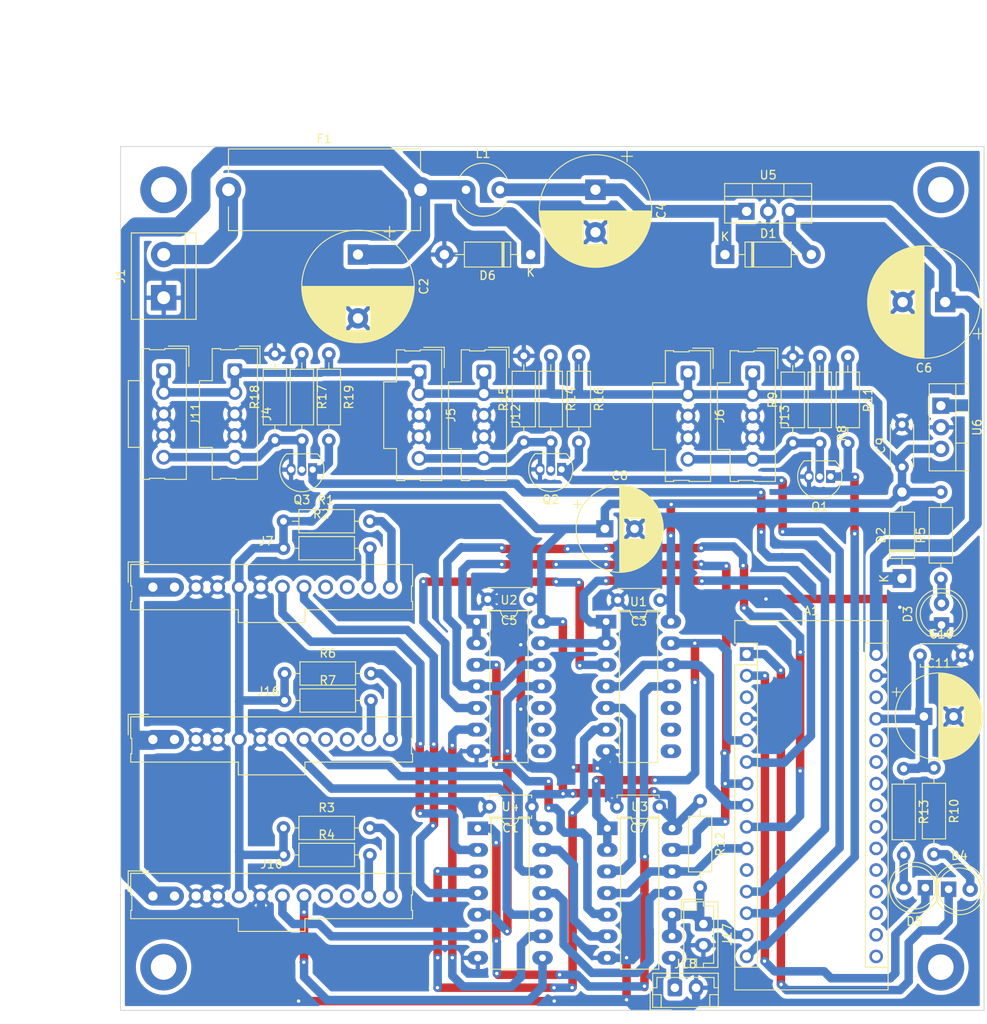
<source format=kicad_pcb>
(kicad_pcb (version 20211014) (generator pcbnew)
  (layers (0 "F.Cu" signal) (31 "B.Cu" signal) (34 "B.Paste" user) (35 "F.Paste" user) (36 "B.SilkS" user "B.Silkscreen") (37 "F.SilkS" user "F.Silkscreen") (38 "B.Mask" user) (39 "F.Mask" user) (44 "Edge.Cuts" user))
  (net 0 "")
  (net 1 "Net-(A1-Pad1)")
  (net 2 "Net-(A1-Pad2)")
  (net 4 "GND")
  (net 5 "/dir_input_X")
  (net 6 "/dir_input_Y")
  (net 7 "/dir_input_Z")
  (net 8 "/step_input_X")
  (net 9 "/step_input_Y")
  (net 10 "/step_input_Z")
  (net 12 "/limit_X")
  (net 13 "/limit_Y")
  (net 14 "/Laser_output")
  (net 15 "/limit_Z")
  (net 27 "/+5V")
  (net 29 "/Vin_9V")
  (net 30 "/+24V")
  (net 31 "Net-(C4-Pad1)")
  (net 32 "Net-(D3-Pad2)")
  (net 33 "Net-(D4-Pad2)")
  (net 34 "Net-(D5-Pad2)")
  (net 35 "Net-(F1-Pad1)")
  (net 36 "/Out_X")
  (net 37 "/Out_Y")
  (net 38 "/Out_Z")
  (net 39 "/+5Vdc")
  (net 40 "/CW_X")
  (net 41 "/CCW_X")
  (net 44 "Net-(J10-Pad12)")
  (net 45 "Net-(J10-Pad11)")
  (net 46 "/CW_Y")
  (net 47 "/CCW_Y")
  (net 50 "/CW_Z")
  (net 51 "/CCW_Z")
  (net 54 "/Laser_output_NOT")
  (net 55 "Net-(U1-Pad3)")
  (net 56 "Net-(U1-Pad5)")
  (net 57 "Net-(U1-Pad6)")
  (net 59 "Net-(U1-Pad11)")
  (net 60 "Net-(U2-Pad3)")
  (net 61 "Net-(U2-Pad6)")
  (net 63 "Net-(U2-Pad11)")
  (net 64 "Net-(U3-Pad6)")
  (net 65 "Net-(U3-Pad11)")
  (net 66 "Net-(J7-Pad11)")
  (net 67 "Net-(J7-Pad12)")
  (net 68 "Net-(J16-Pad11)")
  (net 69 "Net-(J16-Pad12)")
  (footprint "Resistor_THT:R_Axial_DIN0207_L6.3mm_D2.5mm_P10.16mm_Horizontal" (layer "F.Cu") (at 170.8912 134.1374 -90)
    (fp_text reference "R13")
    (fp_text value "330")
  )
  (footprint "Capacitor_THT:CP_Radial_D10.0mm_P3.50mm" (layer "F.Cu") (at 173.261323 127.9906)
    (fp_text reference "C11")
    (fp_text value "10uF")
  )
  (footprint "Connector_Molex:Molex_SL_171971-0005_1x05_P2.54mm_Vertical" (layer "F.Cu") (at 153.1246 87.5792 -90)
    (fp_text reference "J13")
    (fp_text value "Conn_limit_Z")
  )
  (footprint "Diode_THT:D_DO-41_SOD81_P10.16mm_Horizontal" (layer "F.Cu") (at 170.688 111.76 90)
    (fp_text reference "D2")
    (fp_text value "1N4007")
  )
  (footprint "Resistor_THT:R_Axial_DIN0207_L6.3mm_D2.5mm_P10.16mm_Horizontal" (layer "F.Cu") (at 126.1872 95.7326 90)
    (fp_text reference "R15")
    (fp_text value "100k")
  )
  (footprint "Resistor_THT:R_Axial_DIN0207_L6.3mm_D2.5mm_P10.16mm_Horizontal" (layer "F.Cu") (at 97.917 108.204)
    (fp_text reference "R2")
    (fp_text value "10k")
  )
  (footprint "Capacitor_THT:C_Disc_D4.7mm_W2.5mm_P5.00mm" (layer "F.Cu") (at 172.8108 120.8024)
    (fp_text reference "C10")
    (fp_text value "100nF")
  )
  (footprint "Capacitor_THT:CP_Radial_D13.0mm_P7.50mm" (layer "F.Cu") (at 106.68 73.66 -90)
    (fp_text reference "C2")
    (fp_text value "1000uF")
  )
  (footprint "Capacitor_THT:C_Disc_D4.7mm_W2.5mm_P5.00mm" (layer "F.Cu") (at 127.1378 138.6078 180)
    (fp_text reference "C1")
    (fp_text value "100nF")
  )
  (footprint "Connector_Molex:Molex_SL_171971-0005_1x05_P2.54mm_Vertical" (layer "F.Cu") (at 83.82 87.335 -90)
    (fp_text reference "J11")
    (fp_text value "Conn_limit_X")
  )
  (footprint "Package_TO_SOT_THT:TO-220-3_Vertical" (layer "F.Cu") (at 175.26 91.44 -90)
    (fp_text reference "U6")
    (fp_text value "LM7805_TO220")
  )
  (footprint "Resistor_THT:R_Axial_DIN0207_L6.3mm_D2.5mm_P10.16mm_Horizontal" (layer "F.Cu") (at 132.6642 85.5726 -90)
    (fp_text reference "R16")
    (fp_text value "1k5")
  )
  (footprint "Capacitor_THT:C_Disc_D4.7mm_W2.5mm_P5.00mm" (layer "F.Cu") (at 142.24 114.3 180)
    (fp_text reference "C3")
    (fp_text value "100nF")
  )
  (footprint "Resistor_THT:R_Axial_DIN0207_L6.3mm_D2.5mm_P10.16mm_Horizontal" (layer "F.Cu") (at 100.076 85.344 -90)
    (fp_text reference "R17")
    (fp_text value "10k")
  )
  (footprint "Diode_THT:D_DO-41_SOD81_P10.16mm_Horizontal" (layer "F.Cu") (at 149.86 73.66)
    (fp_text reference "D1")
    (fp_text value "1N4007")
  )
  (footprint "Connector_JST:JST_EH_B2B-EH-A_1x02_P2.50mm_Vertical" (layer "F.Cu") (at 143.9618 159.8978)
    (fp_text reference "J18")
    (fp_text value "Conn_Laser_OUT")
  )
  (footprint "Package_DIP:DIP-14_W7.62mm_LongPads" (layer "F.Cu") (at 120.635 116.835)
    (fp_text reference "U2")
    (fp_text value "74LS00")
  )
  (footprint "Resistor_THT:R_Axial_DIN0207_L6.3mm_D2.5mm_P10.16mm_Horizontal" (layer "F.Cu") (at 98.044 126.111)
    (fp_text reference "R7")
    (fp_text value "10k")
  )
  (footprint "Resistor_THT:R_Axial_DIN0207_L6.3mm_D2.5mm_P10.16mm_Horizontal" (layer "F.Cu") (at 146.939 137.922 -90)
    (fp_text reference "R12")
    (fp_text value "10k")
  )
  (footprint "Resistor_THT:R_Axial_DIN0207_L6.3mm_D2.5mm_P10.16mm_Horizontal" (layer "F.Cu") (at 98.044 122.936)
    (fp_text reference "R6")
    (fp_text value "10k")
  )
  (footprint "Capacitor_THT:CP_Radial_D13.0mm_P5.00mm" (layer "F.Cu") (at 175.768 79.248 180)
    (fp_text reference "C6")
    (fp_text value "1000uF")
  )
  (footprint "Capacitor_THT:C_Disc_D4.7mm_W2.5mm_P5.00mm" (layer "F.Cu") (at 126.9492 114.1984 180)
    (fp_text reference "C5")
    (fp_text value "100nF")
  )
  (footprint "Connector_Molex:Molex_SL_171971-0012_1x12_P2.54mm_Vertical" (layer "F.Cu") (at 82.55 130.695)
    (fp_text reference "J16")
    (fp_text value "Conn_M_PAP_Z")
  )
  (footprint "Module:Arduino_Nano" (layer "F.Cu") (at 152.41 120.65)
    (fp_text reference "A1")
    (fp_text value "Arduino_Nano_v2.x")
  )
  (footprint "Package_TO_SOT_THT:TO-92_Inline" (layer "F.Cu") (at 130.6322 98.9286 180)
    (fp_text reference "Q2")
    (fp_text value "BC548")
  )
  (footprint "LED_THT:LED_D5.0mm" (layer "F.Cu") (at 173.4362 148.1328 180)
    (fp_text reference "D5")
    (fp_text value "LED")
  )
  (footprint "Connector_Molex:Molex_SL_171971-0005_1x05_P2.54mm_Vertical" (layer "F.Cu") (at 113.8682 87.4776 -90)
    (fp_text reference "J5")
    (fp_text value "Conn_limit_Y")
  )
  (footprint "Connector_Molex:Molex_SL_171971-0012_1x12_P2.54mm_Vertical" (layer "F.Cu") (at 82.55 112.776)
    (fp_text reference "J7")
    (fp_text value "Conn_M_PAP_X")
  )
  (footprint "TerminalBlock:TerminalBlock_bornier-2_P5.08mm" (layer "F.Cu") (at 83.82 78.74 90)
    (fp_text reference "J1")
    (fp_text value "VCC_24V")
  )
  (footprint "Resistor_THT:R_Axial_DIN0207_L6.3mm_D2.5mm_P10.16mm_Horizontal" (layer "F.Cu") (at 96.901 95.504 90)
    (fp_text reference "R18")
    (fp_text value "100k")
  )
  (footprint "Connector_JST:JST_EH_B2B-EH-A_1x02_P2.50mm_Vertical" (layer "F.Cu") (at 147.32 152.4 -90)
    (fp_text reference "J17")
    (fp_text value "Conn_Laser_OUT")
  )
  (footprint "Resistor_THT:R_Axial_DIN0207_L6.3mm_D2.5mm_P10.16mm_Horizontal" (layer "F.Cu") (at 174.4472 134.0358 -90)
    (fp_text reference "R10")
    (fp_text value "330")
  )
  (footprint "Package_TO_SOT_THT:TO-92_Inline" (layer "F.Cu") (at 162.2806 99.7712 180)
    (fp_text reference "Q1")
    (fp_text value "BC548")
  )
  (footprint "Package_DIP:DIP-14_W7.62mm_LongPads" (layer "F.Cu") (at 135.875 116.835)
    (fp_text reference "U1")
    (fp_text value "74LS00")
  )
  (footprint "Package_TO_SOT_THT:TO-92_Inline" (layer "F.Cu") (at 101.346 98.954 180)
    (fp_text reference "Q3")
    (fp_text value "BC548")
  )
  (footprint "Resistor_THT:R_Axial_DIN0207_L6.3mm_D2.5mm_P10.16mm_Horizontal" (layer "F.Cu") (at 97.917 105.029)
    (fp_text reference "R1")
    (fp_text value "10k")
  )
  (footprint "Resistor_THT:R_Axial_DIN0207_L6.3mm_D2.5mm_P10.16mm_Horizontal" (layer "F.Cu") (at 103.251 85.344 -90)
    (fp_text reference "R19")
    (fp_text value "1k5")
  )
  (footprint "Resistor_THT:R_Axial_DIN0207_L6.3mm_D2.5mm_P10.16mm_Horizontal" (layer "F.Cu") (at 157.8356 95.8342 90)
    (fp_text reference "R9")
    (fp_text value "100k")
  )
  (footprint "LED_THT:LED_D5.0mm" (layer "F.Cu") (at 176.1744 148.3106)
    (fp_text reference "D4")
    (fp_text value "LED")
  )
  (footprint "Package_DIP:DIP-14_W7.62mm_LongPads" (layer "F.Cu") (at 136.0128 141.1428)
    (fp_text reference "U3")
    (fp_text value "74LS00")
  )
  (footprint "Capacitor_THT:C_Disc_D4.7mm_W2.5mm_P5.00mm" (layer "F.Cu") (at 142.1384 138.6078 180)
    (fp_text reference "C7")
    (fp_text value "100nF")
  )
  (footprint "Resistor_THT:R_Axial_DIN0207_L6.3mm_D2.5mm_P10.16mm_Horizontal" (layer "F.Cu") (at 161.0106 85.6742 -90)
    (fp_text reference "R8")
    (fp_text value "10k")
  )
  (footprint "Package_TO_SOT_THT:TO-220-3_Vertical" (layer "F.Cu") (at 152.4 68.58)
    (fp_text reference "U5")
    (fp_text value "LM7809_TO220")
  )
  (footprint "Connector_Molex:Molex_SL_171971-0005_1x05_P2.54mm_Vertical" (layer "F.Cu") (at 92.19 87.335 -90)
    (fp_text reference "J4")
    (fp_text value "Conn_limit_X")
  )
  (footprint "Resistor_THT:R_Axial_DIN0207_L6.3mm_D2.5mm_P10.16mm_Horizontal" (layer "F.Cu") (at 129.3622 85.5726 -90)
    (fp_text reference "R14")
    (fp_text value "10k")
  )
  (footprint "Capacitor_THT:CP_Radial_D10.0mm_P3.50mm" (layer "F.Cu") (at 135.725041 105.918)
    (fp_text reference "C8")
    (fp_text value "220uF")
  )
  (footprint "Connector_Molex:Molex_SL_171971-0005_1x05_P2.54mm_Vertical" (layer "F.Cu") (at 145.5046 87.5792 -90)
    (fp_text reference "J6")
    (fp_text value "Conn_limit_Z")
  )
  (footprint "Capacitor_THT:CP_Radial_D13.0mm_P5.00mm" (layer "F.Cu") (at 134.62 66.04 -90)
    (fp_text reference "C4")
    (fp_text value "1000uF")
  )
  (footprint "Diode_THT:D_DO-41_SOD81_P10.16mm_Horizontal" (layer "F.Cu") (at 127 73.66 180)
    (fp_text reference "D6")
    (fp_text value "1N4007")
  )
  (footprint "Resistor_THT:R_Axial_DIN0207_L6.3mm_D2.5mm_P10.16mm_Horizontal" (layer "F.Cu") (at 97.917 144.272)
    (fp_text reference "R4")
    (fp_text value "10k")
  )
  (footprint "Package_DIP:DIP-14_W7.62mm_LongPads" (layer "F.Cu") (at 120.7728 141.1428)
    (fp_text reference "U4")
    (fp_text value "74LS04")
  )
  (footprint "Fuse:Fuseholder_Cylinder-5x20mm_Stelvio-Kontek_PTF78_Horizontal_Open" (layer "F.Cu") (at 91.44 66.04)
    (fp_text reference "F1")
    (fp_text value "Fuse_500mA")
  )
  (footprint "Connector_Molex:Molex_SL_171971-0005_1x05_P2.54mm_Vertical" (layer "F.Cu") (at 121.4882 87.4776 -90)
    (fp_text reference "J12")
    (fp_text value "Conn_limit_Y")
  )
  (footprint "Resistor_THT:R_Axial_DIN0207_L6.3mm_D2.5mm_P10.16mm_Horizontal" (layer "F.Cu") (at 97.917 141.097)
    (fp_text reference "R3")
    (fp_text value "10k")
  )
  (footprint "Capacitor_THT:C_Disc_D4.7mm_W2.5mm_P5.00mm" (layer "F.Cu") (at 170.688 98.639 90)
    (fp_text reference "C9")
    (fp_text value "100nF")
  )
  (footprint "Connector_Molex:Molex_SL_171971-0012_1x12_P2.54mm_Vertical" (layer "F.Cu") (at 82.55 149.11)
    (fp_text reference "J10")
    (fp_text value "Conn_M_PAP_Y")
  )
  (footprint "LED_THT:LED_D5.0mm" (layer "F.Cu") (at 175.3362 117.226 90)
    (fp_text reference "D3")
    (fp_text value "LED")
  )
  (footprint "Inductor_THT:L_Radial_D6.0mm_P4.00mm" (layer "F.Cu") (at 119.38 66.04)
    (fp_text reference "L1")
    (fp_text value "L")
  )
  (footprint "Resistor_THT:R_Axial_DIN0207_L6.3mm_D2.5mm_P10.16mm_Horizontal" (layer "F.Cu") (at 175.26 111.76 90)
    (fp_text reference "R5")
    (fp_text value "470")
  )
  (footprint "Resistor_THT:R_Axial_DIN0207_L6.3mm_D2.5mm_P10.16mm_Horizontal" (layer "F.Cu") (at 164.3126 85.6742 -90)
    (fp_text reference "R11")
    (fp_text value "1k5")
  )
  (gr_line (start 78.74 162.56) (end 180.34 162.56) (layer "Edge.Cuts") (width 0.1))
  (gr_line (start 180.34 60.96) (end 78.74 60.96) (layer "Edge.Cuts") (width 0.1))
  (gr_line (start 78.74 60.96) (end 78.74 162.56) (layer "Edge.Cuts") (width 0.1))
  (gr_line (start 180.34 162.56) (end 180.34 60.96) (layer "Edge.Cuts") (width 0.1))
  (via (at 175.26 66.04) (size 5.5) (drill 3) (layers "F.Cu" "B.Cu") (net 0))
  (via (at 83.82 66.04) (size 5.5) (drill 3) (layers "F.Cu" "B.Cu") (net 0))
  (via (at 83.807835 157.459937) (size 5.5) (drill 3) (layers "F.Cu" "B.Cu") (net 0))
  (via (at 175.259999 157.479999) (size 5.5) (drill 3) (layers "F.Cu" "B.Cu") (net 0))
  (segment (start 156.464 159.512) (end 156.4386 159.4866) (width 1) (layer "F.Cu") (net 1))
  (segment (start 156.4386 159.4866) (end 156.4386 122.5804) (width 1) (layer "F.Cu") (net 1))
  (segment (start 156.4386 122.5804) (end 156.4132 122.555) (width 1) (layer "F.Cu") (net 1))
  (via (at 156.464 159.512) (size 0.8) (drill 0.4) (layers "F.Cu" "B.Cu") (net 1))
  (via (at 156.4132 122.555) (size 0.8) (drill 0.4) (layers "F.Cu" "B.Cu") (net 1))
  (segment (start 171.4754 154.6098) (end 172.9232 153.162) (width 1) (layer "B.Cu") (net 1))
  (segment (start 156.4132 122.555) (end 154.5082 120.65) (width 1) (layer "B.Cu") (net 1))
  (segment (start 176.1744 152.0698) (end 176.1744 148.3106) (width 1) (layer "B.Cu") (net 1))
  (segment (start 154.5082 120.65) (end 152.41 120.65) (width 1) (layer "B.Cu") (net 1))
  (segment (start 175.0822 153.162) (end 176.1744 152.0698) (width 1) (layer "B.Cu") (net 1))
  (segment (start 157.1244 160.1724) (end 170.4594 160.1724) (width 1) (layer "B.Cu") (net 1))
  (segment (start 156.464 159.512) (end 157.1244 160.1724) (width 1) (layer "B.Cu") (net 1))
  (segment (start 171.4754 159.1564) (end 171.4754 154.6098) (width 1) (layer "B.Cu") (net 1))
  (segment (start 170.4594 160.1724) (end 171.4754 159.1564) (width 1) (layer "B.Cu") (net 1))
  (segment (start 172.9232 153.162) (end 175.0822 153.162) (width 1) (layer "B.Cu") (net 1))
  (segment (start 154.559 156.718) (end 154.5082 156.7688) (width 1) (layer "F.Cu") (net 2))
  (segment (start 154.559 123.19) (end 154.559 156.718) (width 1) (layer "F.Cu") (net 2))
  (via (at 154.5082 156.7688) (size 0.8) (drill 0.4) (layers "F.Cu" "B.Cu") (net 2))
  (via (at 154.559 123.19) (size 0.8) (drill 0.4) (layers "F.Cu" "B.Cu") (net 2))
  (segment (start 169.9006 153.6446) (end 173.4362 150.109) (width 1) (layer "B.Cu") (net 2))
  (segment (start 169.3164 158.7754) (end 169.9006 158.1912) (width 1) (layer "B.Cu") (net 2))
  (segment (start 155.702 157.9626) (end 161.5186 157.9626) (width 1) (layer "B.Cu") (net 2))
  (segment (start 161.5186 157.9626) (end 162.3314 158.7754) (width 1) (layer "B.Cu") (net 2))
  (segment (start 152.41 123.19) (end 154.559 123.19) (width 1) (layer "B.Cu") (net 2))
  (segment (start 173.4362 150.109) (end 173.4362 148.1328) (width 1) (layer "B.Cu") (net 2))
  (segment (start 154.5082 156.7688) (end 155.702 157.9626) (width 1) (layer "B.Cu") (net 2))
  (segment (start 162.3314 158.7754) (end 169.3164 158.7754) (width 1) (layer "B.Cu") (net 2))
  (segment (start 169.9006 158.1912) (end 169.9006 153.6446) (width 1) (layer "B.Cu") (net 2))
  (segment (start 129.7686 161.4678) (end 99.695 161.4678) (width 1) (layer "F.Cu") (net 4))
  (segment (start 125.8316 127.127) (end 125.8316 119.5578) (width 1) (layer "F.Cu") (net 4))
  (segment (start 169.4688 114.173) (end 154.686 114.173) (width 1) (layer "F.Cu") (net 4))
  (segment (start 138.2776 156.3624) (end 138.2776 161.3154) (width 1) (layer "F.Cu") (net 4))
  (segment (start 134.8486 134.0866) (end 132.1562 134.0866) (width 1) (layer "F.Cu") (net 4))
  (segment (start 132.1562 134.0866) (end 132.0292 133.9596) (width 1) (layer "F.Cu") (net 4))
  (segment (start 170.434 115.1382) (end 169.4688 114.173) (width 1) (layer "F.Cu") (net 4))
  (via (at 129.7686 161.4678) (size 0.8) (drill 0.4) (layers "F.Cu" "B.Cu") (net 4))
  (via (at 170.434 115.1382) (size 0.8) (drill 0.4) (layers "F.Cu" "B.Cu") (net 4))
  (via (at 138.2776 161.3154) (size 0.8) (drill 0.4) (layers "F.Cu" "B.Cu") (net 4))
  (via (at 99.695 161.4678) (size 0.8) (drill 0.4) (layers "F.Cu" "B.Cu") (net 4))
  (via (at 125.8316 127.127) (size 0.8) (drill 0.4) (layers "F.Cu" "B.Cu") (net 4))
  (via (at 138.2776 156.3624) (size 0.8) (drill 0.4) (layers "F.Cu" "B.Cu") (net 4))
  (via (at 132.0292 133.9596) (size 0.8) (drill 0.4) (layers "F.Cu" "B.Cu") (net 4))
  (via (at 154.686 114.173) (size 0.8) (drill 0.4) (layers "F.Cu" "B.Cu") (net 4))
  (via (at 125.8316 119.5578) (size 0.8) (drill 0.4) (layers "F.Cu" "B.Cu") (net 4))
  (via (at 134.8486 134.0866) (size 0.8) (drill 0.4) (layers "F.Cu" "B.Cu") (net 4))
  (segment (start 125.8316 132.960862) (end 125.8316 127.127) (width 1) (layer "B.Cu") (net 4))
  (segment (start 123.2916 114.1984) (end 121.9492 114.1984) (width 1) (layer "B.Cu") (net 4))
  (segment (start 99.695 161.4678) (end 95.25 157.0228) (width 1) (layer "B.Cu") (net 4))
  (segment (start 126.830338 133.9596) (end 125.8316 132.960862) (width 1) (layer "B.Cu") (net 4))
  (segment (start 175.3362 117.226) (end 172.5218 117.226) (width 1) (layer "B.Cu") (net 4))
  (segment (start 136.0128 156.3828) (end 138.2572 156.3828) (width 1) (layer "B.Cu") (net 4))
  (segment (start 129.921 161.3154) (end 129.7686 161.4678) (width 1) (layer "B.Cu") (net 4))
  (segment (start 125.8316 119.5578) (end 124.333 118.0592) (width 1) (layer "B.Cu") (net 4))
  (segment (start 135.875 133.0602) (end 134.8486 134.0866) (width 1) (layer "B.Cu") (net 4))
  (segment (start 138.2572 156.3828) (end 138.2776 156.3624) (width 1) (layer "B.Cu") (net 4))
  (segment (start 132.0292 133.9596) (end 126.830338 133.9596) (width 1) (layer "B.Cu") (net 4))
  (segment (start 95.25 157.0228) (end 95.25 149.11) (width 1) (layer "B.Cu") (net 4))
  (segment (start 138.9888 162.0266) (end 146.0754 162.0266) (width 1) (layer "B.Cu") (net 4))
  (segment (start 124.333 118.0592) (end 124.333 115.2398) (width 1) (layer "B.Cu") (net 4))
  (segment (start 124.333 115.2398) (end 123.2916 114.1984) (width 1) (layer "B.Cu") (net 4))
  (segment (start 146.0754 162.0266) (end 146.4618 161.6402) (width 1) (layer "B.Cu") (net 4))
  (segment (start 138.2776 161.3154) (end 129.921 161.3154) (width 1) (layer "B.Cu") (net 4))
  (segment (start 137.1384 138.6078) (end 137.1384 133.3384) (width 1) (layer "B.Cu") (net 4))
  (segment (start 137.1384 133.3384) (end 135.875 132.075) (width 1) (layer "B.Cu") (net 4))
  (segment (start 146.4618 161.6402) (end 146.4618 159.8978) (width 1) (layer "B.Cu") (net 4))
  (segment (start 135.875 132.075) (end 135.875 133.0602) (width 1) (layer "B.Cu") (net 4))
  (segment (start 172.5218 117.226) (end 170.434 115.1382) (width 1) (layer "B.Cu") (net 4))
  (segment (start 138.2776 161.3154) (end 138.9888 162.0266) (width 1) (layer "B.Cu") (net 4))
  (segment (start 134.6962 135.5598) (end 134.7724 135.4836) (width 1) (layer "F.Cu") (net 5))
  (segment (start 146.3294 119.3954) (end 146.309 119.375) (width 1) (layer "F.Cu") (net 5))
  (segment (start 146.3294 123.9774) (end 146.3294 119.3954) (width 1) (layer "F.Cu") (net 5))
  (segment (start 134.7724 135.4836) (end 141.6304 135.4836) (width 1) (layer "F.Cu") (net 5))
  (via (at 141.6304 135.4836) (size 0.8) (drill 0.4) (layers "F.Cu" "B.Cu") (net 5))
  (via (at 146.309 119.375) (size 0.8) (drill 0.4) (layers "F.Cu" "B.Cu") (net 5))
  (via (at 134.6962 135.5598) (size 0.8) (drill 0.4) (layers "F.Cu" "B.Cu") (net 5))
  (via (at 146.3294 123.9774) (size 0.8) (drill 0.4) (layers "F.Cu" "B.Cu") (net 5))
  (via (at 141.6304 135.4836) (size 0.8) (drill 0.4) (layers "F.Cu" "B.Cu") (net 5))
  (segment (start 134.7216 139.5476) (end 136.0128 140.8388) (width 1) (layer "B.Cu") (net 5))
  (segment (start 134.6962 135.5598) (end 134.7216 135.5852) (width 1) (layer "B.Cu") (net 5))
  (segment (start 136.0128 140.8388) (end 136.0128 141.1428) (width 1) (layer "B.Cu") (net 5))
  (segment (start 136.0128 143.6828) (end 136.0128 141.1428) (width 1) (layer "B.Cu") (net 5))
  (segment (start 146.3548 124.0028) (end 146.3294 123.9774) (width 1) (layer "B.Cu") (net 5))
  (segment (start 150.5458 130.81) (end 150.1648 130.429) (width 1) (layer "B.Cu") (net 5))
  (segment (start 134.7216 135.5852) (end 134.7216 139.5476) (width 1) (layer "B.Cu") (net 5))
  (segment (start 149.1692 119.375) (end 146.309 119.375) (width 1) (layer "B.Cu") (net 5))
  (segment (start 146.3548 134.5946) (end 146.3548 124.0028) (width 1) (layer "B.Cu") (net 5))
  (segment (start 152.41 130.81) (end 150.5458 130.81) (width 1) (layer "B.Cu") (net 5))
  (segment (start 146.309 119.375) (end 143.495 119.375) (width 1) (layer "B.Cu") (net 5))
  (segment (start 150.1648 130.429) (end 150.1648 120.3706) (width 1) (layer "B.Cu") (net 5))
  (segment (start 141.6304 135.4836) (end 145.4658 135.4836) (width 1) (layer "B.Cu") (net 5))
  (segment (start 145.4658 135.4836) (end 146.3548 134.5946) (width 1) (layer "B.Cu") (net 5))
  (segment (start 150.1648 120.3706) (end 149.1692 119.375) (width 1) (layer "B.Cu") (net 5))
  (segment (start 135.8646 112.014) (end 135.8392 112.0394) (width 1) (layer "F.Cu") (net 6))
  (segment (start 147.0914 112.014) (end 135.8646 112.014) (width 1) (layer "F.Cu") (net 6))
  (segment (start 147.1422 112.0648) (end 147.0914 112.014) (width 1) (layer "F.Cu") (net 6))
  (segment (start 135.89 112.0902) (end 135.8392 112.0394) (width 1) (layer "F.Cu") (net 6))
  (via (at 147.1422 112.0648) (size 0.8) (drill 0.4) (layers "F.Cu" "B.Cu") (net 6))
  (via (at 135.8392 112.0394) (size 0.8) (drill 0.4) (layers "F.Cu" "B.Cu") (net 6))
  (segment (start 147.1422 112.0648) (end 147.193 112.014) (width 1) (layer "B.Cu") (net 6))
  (segment (start 135.8392 112.0394) (end 134.8232 112.0394) (width 1) (layer "B.Cu") (net 6))
  (segment (start 134.8232 112.0394) (end 133.2484 113.6142) (width 1) (layer "B.Cu") (net 6))
  (segment (start 156.8196 133.4262) (end 153.8986 133.4262) (width 1) (layer "B.Cu") (net 6))
  (segment (start 156.7434 112.014) (end 159.9692 115.2398) (width 1) (layer "B.Cu") (net 6))
  (segment (start 153.8224 133.35) (end 152.41 133.35) (width 1) (layer "B.Cu") (net 6))
  (segment (start 134.0358 116.9162) (end 135.7938 116.9162) (width 1) (layer "B.Cu") (net 6))
  (segment (start 159.9692 115.2398) (end 159.9692 130.2766) (width 1) (layer "B.Cu") (net 6))
  (segment (start 135.7938 116.9162) (end 135.875 116.835) (width 1) (layer "B.Cu") (net 6))
  (segment (start 153.8986 133.4262) (end 153.8224 133.35) (width 1) (layer "B.Cu") (net 6))
  (segment (start 135.875 116.835) (end 135.875 119.375) (width 1) (layer "B.Cu") (net 6))
  (segment (start 133.2484 113.6142) (end 133.2484 116.1288) (width 1) (layer "B.Cu") (net 6))
  (segment (start 159.9692 130.2766) (end 156.8196 133.4262) (width 1) (layer "B.Cu") (net 6))
  (segment (start 133.2484 116.1288) (end 134.0358 116.9162) (width 1) (layer "B.Cu") (net 6))
  (segment (start 147.193 112.014) (end 156.7434 112.014) (width 1) (layer "B.Cu") (net 6))
  (segment (start 135.875 119.375) (end 128.255 119.375) (width 1) (layer "B.Cu") (net 6))
  (segment (start 150.0124 132.1054) (end 150.0124 110.2868) (width 1) (layer "F.Cu") (net 7))
  (segment (start 146.9898 110.1598) (end 135.9154 110.1598) (width 1) (layer "F.Cu") (net 7))
  (segment (start 149.8854 135.89) (end 149.8854 140.3604) (width 1) (layer "F.Cu") (net 7))
  (segment (start 147.066 110.0836) (end 146.9898 110.1598) (width 1) (layer "F.Cu") (net 7))
  (segment (start 135.9154 110.1598) (end 135.8646 110.109) (width 1) (layer "F.Cu") (net 7))
  (segment (start 149.8092 132.3086) (end 150.0124 132.1054) (width 1) (layer "F.Cu") (net 7))
  (segment (start 123.5964 110.109) (end 129.9972 110.109) (width 1) (layer "F.Cu") (net 7))
  (via (at 147.066 110.0836) (size 0.8) (drill 0.4) (layers "F.Cu" "B.Cu") (net 7))
  (via (at 149.8854 135.89) (size 0.8) (drill 0.4) (layers "F.Cu" "B.Cu") (net 7))
  (via (at 123.5964 110.109) (size 0.8) (drill 0.4) (layers "F.Cu" "B.Cu") (net 7))
  (via (at 149.8854 140.3604) (size 0.8) (drill 0.4) (layers "F.Cu" "B.Cu") (net 7))
  (via (at 149.8092 132.3086) (size 0.8) (drill 0.4) (layers "F.Cu" "B.Cu") (net 7))
  (via (at 150.0124 110.2868) (size 0.8) (drill 0.4) (layers "F.Cu" "B.Cu") (net 7))
  (via (at 129.9972 110.109) (size 0.8) (drill 0.4) (layers "F.Cu" "B.Cu") (net 7))
  (via (at 135.8646 110.109) (size 0.8) (drill 0.4) (layers "F.Cu" "B.Cu") (net 7))
  (segment (start 149.86 135.8646) (end 149.8854 135.89) (width 1) (layer "B.Cu") (net 7))
  (segment (start 123.5964 110.109) (end 123.5456 110.0582) (width 1) (layer "B.Cu") (net 7))
  (segment (start 147.2692 110.2868) (end 150.0124 110.2868) (width 1) (layer "B.Cu") (net 7))
  (segment (start 146.055 143.6828) (end 143.6328 143.6828) (width 1) (layer "B.Cu") (net 7))
  (segment (start 149.86 134.6962) (end 149.86 135.8646) (width 1) (layer "B.Cu") (net 7))
  (segment (start 146.558 143.1798) (end 146.055 143.6828) (width 1) (layer "B.Cu") (net 7))
  (segment (start 119.7102 110.0582) (end 118.9736 110.7948) (width 1) (layer "B.Cu") (net 7))
  (segment (start 135.8646 110.109) (end 129.9972 110.109) (width 1) (layer "B.Cu") (net 7))
  (segment (start 146.558 141.5542) (end 146.558 143.1798) (width 1) (layer "B.Cu") (net 7))
  (segment (start 149.8092 132.3086) (end 149.8854 132.3848) (width 1) (layer "B.Cu") (net 7))
  (segment (start 118.9736 116.1034) (end 119.7052 116.835) (width 1) (layer "B.Cu") (net 7))
  (segment (start 149.8854 135.89) (end 152.41 135.89) (width 1) (layer "B.Cu") (net 7))
  (segment (start 123.5456 110.0582) (end 119.7102 110.0582) (width 1) (layer "B.Cu") (net 7))
  (segment (start 147.066 110.0836) (end 147.2692 110.2868) (width 1) (layer "B.Cu") (net 7))
  (segment (start 120.635 116.835) (end 120.635 119.375) (width 1) (layer "B.Cu") (net 7))
  (segment (start 118.9736 110.7948) (end 118.9736 116.1034) (width 1) (layer "B.Cu") (net 7))
  (segment (start 149.8854 132.3848) (end 149.8854 135.89) (width 1) (layer "B.Cu") (net 7))
  (segment (start 147.7518 140.3604) (end 146.558 141.5542) (width 1) (layer "B.Cu") (net 7))
  (segment (start 149.8854 140.3604) (end 147.7518 140.3604) (width 1) (layer "B.Cu") (net 7))
  (segment (start 119.7052 116.835) (end 120.635 116.835) (width 1) (layer "B.Cu") (net 7))
  (segment (start 146.7358 121.9962) (end 146.6546 121.915) (width 1) (layer "B.Cu") (net 8))
  (segment (start 137.7492 124.455) (end 140.2892 121.915) (width 1) (layer "B.Cu") (net 8))
  (segment (start 148.082 123.2154) (end 146.8628 121.9962) (width 1) (layer "B.Cu") (net 8))
  (segment (start 150.3426 138.43) (end 148.082 136.1694) (width 1) (layer "B.Cu") (net 8))
  (segment (start 152.41 138.43) (end 150.3426 138.43) (width 1) (layer "B.Cu") (net 8))
  (segment (start 140.2892 121.915) (end 143.495 121.915) (width 1) (layer "B.Cu") (net 8))
  (segment (start 146.8628 121.9962) (end 146.7358 121.9962) (width 1) (layer "B.Cu") (net 8))
  (segment (start 135.875 124.455) (end 137.7492 124.455) (width 1) (layer "B.Cu") (net 8))
  (segment (start 146.6546 121.915) (end 143.495 121.915) (width 1) (layer "B.Cu") (net 8))
  (segment (start 148.082 136.1694) (end 148.082 123.2154) (width 1) (layer "B.Cu") (net 8))
  (segment (start 147.066 108.1786) (end 135.9154 108.1786) (width 1) (layer "F.Cu") (net 9))
  (segment (start 123.5964 108.1532) (end 123.7234 108.2802) (width 1) (layer "F.Cu") (net 9))
  (segment (start 123.7234 108.2802) (end 131.3434 108.2802) (width 1) (layer "F.Cu") (net 9))
  (segment (start 158.6992 120.4468) (end 158.7246 120.4214) (width 1) (layer "F.Cu") (net 9))
  (segment (start 135.9154 108.1786) (end 135.8646 108.2294) (width 1) (layer "F.Cu") (net 9))
  (segment (start 152.0952 115.2398) (end 152.0952 110.3376) (width 1) (layer "F.Cu") (net 9))
  (segment (start 152.0952 110.3376) (end 151.9936 110.236) (width 1) (layer "F.Cu") (net 9))
  (segment (start 158.6992 134.3914) (end 158.6992 120.4468) (width 1) (layer "F.Cu") (net 9))
  (via (at 131.3434 108.2802) (size 0.8) (drill 0.4) (layers "F.Cu" "B.Cu") (net 9))
  (via (at 151.9936 110.236) (size 0.8) (drill 0.4) (layers "F.Cu" "B.Cu") (net 9))
  (via (at 158.6992 134.3914) (size 0.8) (drill 0.4) (layers "F.Cu" "B.Cu") (net 9))
  (via (at 147.066 108.1786) (size 0.8) (drill 0.4) (layers "F.Cu" "B.Cu") (net 9))
  (via (at 158.7246 120.4214) (size 0.8) (drill 0.4) (layers "F.Cu" "B.Cu") (net 9))
  (via (at 152.0952 115.2398) (size 0.8) (drill 0.4) (layers "F.Cu" "B.Cu") (net 9))
  (via (at 135.8646 108.2294) (size 0.8) (drill 0.4) (layers "F.Cu" "B.Cu") (net 9))
  (via (at 123.5964 108.1532) (size 0.8) (drill 0.4) (layers "F.Cu" "B.Cu") (net 9))
  (segment (start 123.5964 108.1532) (end 123.571 108.1278) (width 1) (layer "B.Cu") (net 9))
  (segment (start 117.1956 116.4082) (end 118.364 117.5766) (width 1) (layer "B.Cu") (net 9))
  (segment (start 123.6014 124.455) (end 120.635 124.455) (width 1) (layer "B.Cu") (net 9))
  (segment (start 152.41 140.97) (end 157.3784 140.97) (width 1) (layer "B.Cu") (net 9))
  (segment (start 147.066 108.1786) (end 147.2438 108.0008) (width 1) (layer "B.Cu") (net 9))
  (segment (start 131.3942 108.2294) (end 131.3434 108.2802) (width 1) (layer "B.Cu") (net 9))
  (segment (start 118.8466 108.077) (end 117.1956 109.728) (width 1) (layer "B.Cu") (net 9))
  (segment (start 147.2438 108.0008) (end 150.876 108.0008) (width 1) (layer "B.Cu") (net 9))
  (segment (start 158.6992 120.396) (end 158.6992 118.6434) (width 1) (layer "B.Cu") (net 9))
  (segment (start 156.3116 116.2558) (end 153.1112 116.2558) (width 1) (layer "B.Cu") (net 9))
  (segment (start 151.9936 109.1184) (end 151.9936 110.236) (width 1) (layer "B.Cu") (net 9))
  (segment (start 153.1112 116.2558) (end 152.0952 115.2398) (width 1) (layer "B.Cu") (net 9))
  (segment (start 158.6992 139.6492) (end 158.6992 134.3914) (width 1) (layer "B.Cu") (net 9))
  (segment (start 123.571 108.1278) (end 118.8974 108.1278) (width 1) (layer "B.Cu") (net 9))
  (segment (start 118.2878 117.6528) (end 118.2878 123.952) (width 1) (layer "B.Cu") (net 9))
  (segment (start 118.2878 123.952) (end 118.7908 124.455) (width 1) (layer "B.Cu") (net 9))
  (segment (start 157.3784 140.97) (end 158.6992 139.6492) (width 1) (layer "B.Cu") (net 9))
  (segment (start 150.876 108.0008) (end 151.9936 109.1184) (width 1) (layer "B.Cu") (net 9))
  (segment (start 158.6992 118.6434) (end 156.3116 116.2558) (width 1) (layer "B.Cu") (net 9))
  (segment (start 118.8974 108.1278) (end 118.8466 108.077) (width 1) (layer "B.Cu") (net 9))
  (segment (start 118.7908 124.455) (end 120.635 124.455) (width 1) (layer "B.Cu") (net 9))
  (segment (start 128.255 121.915) (end 126.1414 121.915) (width 1) (layer "B.Cu") (net 9))
  (segment (start 135.8646 108.2294) (end 131.3942 108.2294) (width 1) (layer "B.Cu") (net 9))
  (segment (start 158.7246 120.4214) (end 158.6992 120.396) (width 1) (layer "B.Cu") (net 9))
  (segment (start 117.1956 109.728) (end 117.1956 116.4082) (width 1) (layer "B.Cu") (net 9))
  (segment (start 126.1414 121.915) (end 123.6014 124.455) (width 1) (layer "B.Cu") (net 9))
  (segment (start 118.364 117.5766) (end 118.2878 117.6528) (width 1) (layer "B.Cu") (net 9))
  (segment (start 146.4614 146.2228) (end 143.6328 146.2228) (width 1) (layer "B.Cu") (net 10))
  (segment (start 152.41 143.51) (end 149.1742 143.51) (width 1) (layer "B.Cu") (net 10))
  (segment (start 141.0258 146.2228) (end 143.6328 146.2228) (width 1) (layer "B.Cu") (net 10))
  (segment (start 149.1742 143.51) (end 146.4614 146.2228) (width 1) (layer "B.Cu") (net 10))
  (segment (start 136.0128 148.7628) (end 138.4858 148.7628) (width 1) (layer "B.Cu") (net 10))
  (segment (start 138.4858 148.7628) (end 141.0258 146.2228) (width 1) (layer "B.Cu") (net 10))
  (segment (start 154.0764 101.6254) (end 154.1272 101.6762) (width 1) (layer "F.Cu") (net 12))
  (segment (start 154.1272 101.6762) (end 154.1272 106.299) (width 1) (layer "F.Cu") (net 12))
  (via (at 154.1272 106.299) (size 0.8) (drill 0.4) (layers "F.Cu" "B.Cu") (net 12))
  (via (at 154.0764 101.6254) (size 0.8) (drill 0.4) (layers "F.Cu" "B.Cu") (net 12))
  (segment (start 103.251 98.171) (end 103.251 95.504) (width 1) (layer "B.Cu") (net 12))
  (segment (start 101.346 98.954) (end 102.468 98.954) (width 1) (layer "B.Cu") (net 12))
  (segment (start 126.238 101.6254) (end 154.0764 101.6254) (width 1) (layer "B.Cu") (net 12))
  (segment (start 161.6202 112.0394) (end 158.8516 109.2708) (width 1) (layer "B.Cu") (net 12))
  (segment (start 155.067 109.2708) (end 154.1272 108.331) (width 1) (layer "B.Cu") (net 12))
  (segment (start 161.6202 141.224) (end 161.6202 112.0394) (width 1) (layer "B.Cu") (net 12))
  (segment (start 158.8516 109.2708) (end 156.5656 109.2708) (width 1) (layer "B.Cu") (net 12))
  (segment (start 156.5656 109.2708) (end 156.591 109.2454) (width 1) (layer "B.Cu") (net 12))
  (segment (start 154.2542 148.59) (end 161.6202 141.224) (width 1) (layer "B.Cu") (net 12))
  (segment (start 101.346 98.954) (end 101.346 100.2284) (width 1) (layer "B.Cu") (net 12))
  (segment (start 154.0764 101.6254) (end 154.0764 101.7778) (width 1) (layer "B.Cu") (net 12))
  (segment (start 154.1272 108.331) (end 154.1272 106.299) (width 1) (layer "B.Cu") (net 12))
  (segment (start 101.727 100.6094) (end 125.3236 100.6094) (width 1) (layer "B.Cu") (net 12))
  (segment (start 102.468 98.954) (end 103.251 98.171) (width 1) (layer "B.Cu") (net 12))
  (segment (start 152.41 148.59) (end 154.2542 148.59) (width 1) (layer "B.Cu") (net 12))
  (segment (start 125.2982 100.6856) (end 126.238 101.6254) (width 1) (layer "B.Cu") (net 12))
  (segment (start 156.5656 109.2708) (end 155.067 109.2708) (width 1) (layer "B.Cu") (net 12))
  (segment (start 101.346 100.2284) (end 101.727 100.6094) (width 1) (layer "B.Cu") (net 12))
  (segment (start 156.6418 106.2736) (end 156.6418 100.3554) (width 1) (layer "F.Cu") (net 13))
  (segment (start 156.6418 100.3554) (end 156.5148 100.2284) (width 1) (layer "F.Cu") (net 13))
  (via (at 156.6418 106.2736) (size 0.8) (drill 0.4) (layers "F.Cu" "B.Cu") (net 13))
  (via (at 156.5148 100.2284) (size 0.8) (drill 0.4) (layers "F.Cu" "B.Cu") (net 13))
  (segment (start 163.3474 143.4338) (end 163.3474 108.5596) (width 1) (layer "B.Cu") (net 13))
  (segment (start 161.0614 106.2736) (end 156.6418 106.2736) (width 1) (layer "B.Cu") (net 13))
  (segment (start 131.6272 98.9286) (end 130.6322 98.9286) (width 1) (layer "B.Cu") (net 13))
  (segment (start 154.0256 100.2284) (end 153.9748 100.1776) (width 1) (layer "B.Cu") (net 13))
  (segment (start 152.41 151.13) (end 155.6512 151.13) (width 1) (layer "B.Cu") (net 13))
  (segment (start 132.6642 95.7326) (end 132.6642 97.8916) (width 1) (layer "B.Cu") (net 13))
  (segment (start 163.3474 108.5596) (end 161.0614 106.2736) (width 1) (layer "B.Cu") (net 13))
  (segment (start 155.6512 151.13) (end 163.3474 143.4338) (width 1) (layer "B.Cu") (net 13))
  (segment (start 131.8812 100.1776) (end 130.6322 98.9286) (width 1) (layer "B.Cu") (net 13))
  (segment (start 156.5148 100.2284) (end 154.0256 100.2284) (width 1) (layer "B.Cu") (net 13))
  (segment (start 132.6642 97.8916) (end 131.6272 98.9286) (width 1) (layer "B.Cu") (net 13))
  (segment (start 153.9748 100.1776) (end 131.8812 100.1776) (width 1) (layer "B.Cu") (net 13))
  (segment (start 146.939 148.082) (end 146.939 152.019) (width 1) (layer "B.Cu") (net 14))
  (segment (start 145.923 151.3332) (end 145.8926 151.3028) (width 1) (layer "B.Cu") (net 14))
  (segment (start 146.2532 151.3332) (end 145.923 151.3332) (width 1) (layer "B.Cu") (net 14))
  (segment (start 143.6378 153.8478) (end 143.6328 153.8428) (width 1) (layer "B.Cu") (net 14))
  (segment (start 147.32 152.4) (end 149.733 152.4) (width 1) (layer "B.Cu") (net 14))
  (segment (start 143.6328 153.8428) (end 143.6328 151.3028) (width 1) (layer "B.Cu") (net 14))
  (segment (start 147.32 152.4) (end 146.2532 151.3332) (width 1) (layer "B.Cu") (net 14))
  (segment (start 151.003 153.67) (end 152.41 153.67) (width 1) (layer "B.Cu") (net 14))
  (segment (start 147.447 152.273) (end 147.32 152.4) (width 1) (layer "B.Cu") (net 14))
  (segment (start 146.939 148.082) (end 146.8374 148.1836) (width 1) (layer "B.Cu") (net 14))
  (segment (start 149.733 152.4) (end 151.003 153.67) (width 1) (layer "B.Cu") (net 14))
  (segment (start 145.8926 151.3028) (end 143.6328 151.3028) (width 1) (layer "B.Cu") (net 14))
  (segment (start 146.939 152.019) (end 147.32 152.4) (width 1) (layer "B.Cu") (net 14))
  (segment (start 165.1762 99.822) (end 165.1 99.8982) (width 1) (layer "F.Cu") (net 15))
  (segment (start 165.1 99.8982) (end 165.1 106.4768) (width 1) (layer "F.Cu") (net 15))
  (segment (start 165.1 106.4768) (end 165.1254 106.5022) (width 1) (layer "F.Cu") (net 15))
  (via (at 165.1762 99.822) (size 0.8) (drill 0.4) (layers "F.Cu" "B.Cu") (net 15))
  (via (at 165.1254 106.5022) (size 0.8) (drill 0.4) (layers "F.Cu" "B.Cu") (net 15))
  (segment (start 164.3126 95.8342) (end 164.3126 99.0092) (width 1) (layer "B.Cu") (net 15))
  (segment (start 153.7562 154.8638) (end 152.41 156.21) (width 1) (layer "B.Cu") (net 15))
  (segment (start 163.5506 99.7712) (end 162.2806 99.7712) (width 1) (layer "B.Cu") (net 15))
  (segment (start 163.6014 99.822) (end 163.5506 99.7712) (width 1) (layer "B.Cu") (net 15))
  (segment (start 165.1254 144.5006) (end 154.7622 154.8638) (width 1) (layer "B.Cu") (net 15))
  (segment (start 165.1254 106.5022) (end 165.1254 144.5006) (width 1) (layer "B.Cu") (net 15))
  (segment (start 154.7622 154.8638) (end 153.7562 154.8638) (width 1) (layer "B.Cu") (net 15))
  (segment (start 165.1762 99.822) (end 163.6014 99.822) (width 1) (layer "B.Cu") (net 15))
  (segment (start 164.3126 99.0092) (end 163.5506 99.7712) (width 1) (layer "B.Cu") (net 15))
  (segment (start 170.9928 134.0358) (end 170.8912 134.1374) (width 1) (layer "B.Cu") (net 27))
  (segment (start 172.981923 128.27) (end 173.261323 127.9906) (width 1) (layer "B.Cu") (net 27))
  (segment (start 172.8108 120.8024) (end 172.8108 127.540077) (width 1) (layer "B.Cu") (net 27))
  (segment (start 174.4472 134.0358) (end 170.9928 134.0358) (width 1) (layer "B.Cu") (net 27))
  (segment (start 172.9232 133.8072) (end 172.593 134.1374) (width 1) (layer "B.Cu") (net 27))
  (segment (start 172.593 134.1374) (end 170.8912 134.1374) (width 1) (layer "B.Cu") (net 27))
  (segment (start 173.261323 133.469077) (end 172.9232 133.8072) (width 1) (layer "B.Cu") (net 27))
  (segment (start 172.8108 127.540077) (end 173.261323 127.9906) (width 1) (layer "B.Cu") (net 27))
  (segment (start 173.261323 127.9906) (end 173.261323 133.469077) (width 1) (layer "B.Cu") (net 27))
  (segment (start 167.65 128.27) (end 172.981923 128.27) (width 1) (layer "B.Cu") (net 27))
  (segment (start 178.816 91.44) (end 179.324 90.932) (width 1.5) (layer "B.Cu") (net 29))
  (segment (start 169.164 68.58) (end 157.48 68.58) (width 1.5) (layer "B.Cu") (net 29))
  (segment (start 167.65 120.65) (end 167.65 111.516) (width 1.5) (layer "B.Cu") (net 29))
  (segment (start 175.26 91.44) (end 178.816 91.44) (width 1.5) (layer "B.Cu") (net 29))
  (segment (start 175.768 75.184) (end 169.164 68.58) (width 1.5) (layer "B.Cu") (net 29))
  (segment (start 179.324 90.932) (end 179.324 80.264) (width 1.5) (layer "B.Cu") (net 29))
  (segment (start 179.324 105.2576) (end 179.324 90.932) (width 1.5) (layer "B.Cu") (net 29))
  (segment (start 178.308 79.248) (end 175.768 79.248) (width 1.5) (layer "B.Cu") (net 29))
  (segment (start 179.324 80.264) (end 178.308 79.248) (width 1.5) (layer "B.Cu") (net 29))
  (segment (start 168.9608 107.8992) (end 176.6824 107.8992) (width 1.5) (layer "B.Cu") (net 29))
  (segment (start 157.48 71.12) (end 160.02 73.66) (width 1.5) (layer "B.Cu") (net 29))
  (segment (start 176.6824 107.8992) (end 179.324 105.2576) (width 1.5) (layer "B.Cu") (net 29))
  (segment (start 170.688 111.76) (end 167.894 111.76) (width 1.5) (layer "B.Cu") (net 29))
  (segment (start 157.48 68.58) (end 157.48 71.12) (width 1.5) (layer "B.Cu") (net 29))
  (segment (start 175.768 79.248) (end 175.768 75.184) (width 1.5) (layer "B.Cu") (net 29))
  (segment (start 167.65 111.516) (end 167.65 109.21) (width 1.5) (layer "B.Cu") (net 29))
  (segment (start 167.65 109.21) (end 168.9608 107.8992) (width 1.5) (layer "B.Cu") (net 29))
  (segment (start 167.894 111.76) (end 167.65 111.516) (width 1.5) (layer "B.Cu") (net 29))
  (segment (start 82.453 130.792) (end 82.55 130.695) (width 2.25) (layer "B.Cu") (net 30))
  (segment (start 114.04 71.38) (end 111.76 73.66) (width 2.25) (layer "B.Cu") (net 30))
  (segment (start 119.38 68.1736) (end 119.38 66.04) (width 2.25) (layer "B.Cu") (net 30))
  (segment (start 79.865 146.425) (end 82.55 149.11) (width 2.25) (layer "B.Cu") (net 30))
  (segment (start 85.09 149.11) (end 82.55 149.11) (width 2.25) (layer "B.Cu") (net 30))
  (segment (start 88.195 64.227815) (end 88.195 67.852185) (width 2.25) (layer "B.Cu") (net 30))
  (segment (start 79.865 112.413) (end 79.865 129.558) (width 2.25) (layer "B.Cu") (net 30))
  (segment (start 82.55 130.695) (end 85.09 130.695) (width 2.25) (layer "B.Cu") (net 30))
  (segment (start 111.76 73.66) (end 106.68 73.66) (width 2.25) (layer "B.Cu") (net 30))
  (segment (start 80.228 112.776) (end 79.865 112.413) (width 2.25) (layer "B.Cu") (net 30))
  (segment (start 114.04 66.04) (end 110.085 62.085) (width 2.25) (layer "B.Cu") (net 30))
  (segment (start 124.587 69.215) (end 120.4214 69.215) (width 2.25) (layer "B.Cu") (net 30))
  (segment (start 79.865 130.792) (end 82.453 130.792) (width 2.25) (layer "B.Cu") (net 30))
  (segment (start 90.337815 62.085) (end 88.195 64.227815) (width 2.25) (layer "B.Cu") (net 30))
  (segment (start 79.865 129.558) (end 79.865 130.792) (width 2.25) (layer "B.Cu") (net 30))
  (segment (start 79.865 130.792) (end 79.865 146.425) (width 2.25) (layer "B.Cu") (net 30))
  (segment (start 82.55 112.776) (end 80.228 112.776) (width 2.25) (layer "B.Cu") (net 30))
  (segment (start 127 73.66) (end 127 71.628) (width 2.25) (layer "B.Cu") (net 30))
  (segment (start 80.57 70.415) (end 79.865 71.12) (width 2.25) (layer "B.Cu") (net 30))
  (segment (start 85.09 112.776) (end 82.55 112.776) (width 2.25) (layer "B.Cu") (net 30))
  (segment (start 79.865 71.12) (end 79.865 112.413) (width 2.25) (layer "B.Cu") (net 30))
  (segment (start 85.632185 70.415) (end 80.57 70.415) (width 2.25) (layer "B.Cu") (net 30))
  (segment (start 88.195 67.852185) (end 85.632185 70.415) (width 2.25) (layer "B.Cu") (net 30))
  (segment (start 120.4214 69.215) (end 119.38 68.1736) (width 2.25) (layer "B.Cu") (net 30))
  (segment (start 127 71.628) (end 124.587 69.215) (width 2.25) (layer "B.Cu") (net 30))
  (segment (start 114.04 66.04) (end 119.38 66.04) (width 2.25) (layer "B.Cu") (net 30))
  (segment (start 110.085 62.085) (end 90.337815 62.085) (width 2.25) (layer "B.Cu") (net 30))
  (segment (start 114.04 66.04) (end 114.04 71.38) (width 2.25) (layer "B.Cu") (net 30))
  (segment (start 152.4 68.58) (end 149.86 68.58) (width 1.5) (layer "B.Cu") (net 31))
  (segment (start 137.668 66.04) (end 134.62 66.04) (width 1.5) (layer "B.Cu") (net 31))
  (segment (start 140.208 68.58) (end 137.668 66.04) (width 1.5) (layer "B.Cu") (net 31))
  (segment (start 149.86 73.66) (end 149.86 68.58) (width 1.5) (layer "B.Cu") (net 31))
  (segment (start 149.86 68.58) (end 140.208 68.58) (width 1.5) (layer "B.Cu") (net 31))
  (segment (start 134.62 66.04) (end 123.38 66.04) (width 1.5) (layer "B.Cu") (net 31))
  (segment (start 175.3362 114.686) (end 175.3362 111.8362) (width 1) (layer "B.Cu") (net 32))
  (segment (start 175.3362 111.8362) (end 175.26 111.76) (width 1) (layer "B.Cu") (net 32))
  (segment (start 178.7652 148.2598) (end 178.7144 148.3106) (width 1) (layer "B.Cu") (net 33))
  (segment (start 178.7144 148.3106) (end 178.7144 146.9644) (width 1) (layer "B.Cu") (net 33))
  (segment (start 175.9458 144.1958) (end 174.4472 144.1958) (width 1) (layer "B.Cu") (net 33))
  (segment (start 178.7144 146.9644) (end 175.9458 144.1958) (width 1) (layer "B.Cu") (net 33))
  (segment (start 170.8912 148.1278) (end 170.8962 148.1328) (width 1) (layer "B.Cu") (net 34))
  (segment (start 170.8912 144.2974) (end 170.8912 148.1278) (width 1) (layer "B.Cu") (net 34))
  (segment (start 170.8962 143.7844) (end 170.942 143.7386) (width 1) (layer "B.Cu") (net 34))
  (segment (start 88.9 73.66) (end 91.44 71.12) (width 2.25) (layer "B.Cu") (net 35))
  (segment (start 83.82 73.66) (end 88.9 73.66) (width 2.25) (layer "B.Cu") (net 35))
  (segment (start 91.44 71.12) (end 91.44 66.04) (width 2.25) (layer "B.Cu") (net 35))
  (segment (start 94.91 97.495) (end 96.901 95.504) (width 1) (layer "B.Cu") (net 36))
  (segment (start 92.19 97.495) (end 94.91 97.495) (width 1) (layer "B.Cu") (net 36))
  (segment (start 100.076 98.954) (end 100.076 95.504) (width 1) (layer "B.Cu") (net 36))
  (segment (start 100.076 95.504) (end 96.901 95.504) (width 1) (layer "B.Cu") (net 36))
  (segment (start 83.82 97.495) (end 92.19 97.495) (width 1) (layer "B.Cu") (net 36))
  (segment (start 124.2822 97.6376) (end 126.1872 95.7326) (width 1) (layer "B.Cu") (net 37))
  (segment (start 129.3622 95.7326) (end 126.1872 95.7326) (width 1) (layer "B.Cu") (net 37))
  (segment (start 121.4882 97.6376) (end 124.2822 97.6376) (width 1) (layer "B.Cu") (net 37))
  (segment (start 113.8682 97.6376) (end 121.4882 97.6376) (width 1) (layer "B.Cu") (net 37))
  (segment (start 129.3622 98.9286) (end 129.3622 95.7326) (width 1) (layer "B.Cu") (net 37))
  (segment (start 161.0106 95.8342) (end 157.8356 95.8342) (width 1) (layer "B.Cu") (net 38))
  (segment (start 155.9306 97.7392) (end 157.8356 95.8342) (width 1) (layer "B.Cu") (net 38))
  (segment (start 145.5046 97.7392) (end 153.1246 97.7392) (width 1) (layer "B.Cu") (net 38))
  (segment (start 161.0106 99.7712) (end 161.0106 95.8342) (width 1) (layer "B.Cu") (net 38))
  (segment (start 153.1246 97.7392) (end 155.9306 97.7392) (width 1) (layer "B.Cu") (net 38))
  (segment (start 131.953 137.0838) (end 132.0292 137.0076) (width 1) (layer "F.Cu") (net 39))
  (segment (start 130.7846 137.0584) (end 130.7846 116.84) (width 1) (layer "F.Cu") (net 39))
  (segment (start 143.4846 106.7308) (end 143.4846 103.0986) (width 1) (layer "F.Cu") (net 39))
  (segment (start 141.351 136.8044) (end 141.5542 136.8044) (width 1) (layer "F.Cu") (net 39))
  (segment (start 132.0292 137.0076) (end 141.1478 137.0076) (width 1) (layer "F.Cu") (net 39))
  (segment (start 143.4846 103.0986) (end 143.5354 103.0478) (width 1) (layer "F.Cu") (net 39))
  (segment (start 130.81 137.0838) (end 130.7846 137.0584) (width 1) (layer "F.Cu") (net 39))
  (segment (start 141.1478 137.0076) (end 141.351 136.8044) (width 1) (layer "F.Cu") (net 39))
  (via (at 143.5354 103.0478) (size 0.8) (drill 0.4) (layers "F.Cu" "B.Cu") (net 39))
  (via (at 130.81 137.0838) (size 0.8) (drill 0.4) (layers "F.Cu" "B.Cu") (net 39))
  (via (at 131.953 137.0838) (size 0.8) (drill 0.4) (layers "F.Cu" "B.Cu") (net 39))
  (via (at 143.4846 106.7308) (size 0.8) (drill 0.4) (layers "F.Cu" "B.Cu") (net 39))
  (via (at 141.5542 136.8044) (size 0.8) (drill 0.4) (layers "F.Cu" "B.Cu") (net 39))
  (via (at 130.7846 116.84) (size 0.8) (drill 0.4) (layers "F.Cu" "B.Cu") (net 39))
  (segment (start 167.894 91.1606) (end 166.8526 90.1192) (width 1) (layer "B.Cu") (net 39))
  (segment (start 98.044 122.936) (end 98.044 126.111) (width 1) (layer "B.Cu") (net 39))
  (segment (start 132.9944 90.1192) (end 129.4892 90.1192) (width 1) (layer "B.Cu") (net 39))
  (segment (start 143.495 106.7412) (end 143.4846 106.7308) (width 1) (layer "B.Cu") (net 39))
  (segment (start 153.579344 102.9778) (end 153.547744 102.9462) (width 1) (layer "B.Cu") (net 39))
  (segment (start 92.71 112.776) (end 92.71 109.8804) (width 1) (layer "B.Cu") (net 39))
  (segment (start 101.2444 105.0544) (end 102.6922 103.6066) (width 1) (layer "B.Cu") (net 39))
  (segment (start 169.3418 102.9462) (end 154.605056 102.9462) (width 1) (layer "B.Cu") (net 39))
  (segment (start 170.5356 97.5614) (end 170.5356 98.4866) (width 1) (layer "B.Cu") (net 39))
  (segment (start 160.6804 90.1192) (end 153.1246 90.1192) (width 1) (layer "B.Cu") (net 39))
  (segment (start 131.953 137.0838) (end 131.9022 137.033) (width 1) (layer "B.Cu") (net 39))
  (segment (start 97.917 105.029) (end 97.917 108.204) (width 1) (layer "B.Cu") (net 39))
  (segment (start 143.8656 137.922) (end 143.6328 137.6892) (width 0.25) (layer "B.Cu") (net 39))
  (segment (start 92.71 143.891) (end 92.71 130.695) (width 1) (layer "B.Cu") (net 39))
  (segment (start 163.8808 90.1192) (end 163.068 90.1192) (width 1) (layer "B.Cu") (net 39))
  (segment (start 128.255 108.6508) (end 130.9878 105.918) (width 1) (layer "B.Cu") (net 39))
  (segment (start 113.8682 90.0176) (end 121.4882 90.0176) (width 1) (layer "B.Cu") (net 39))
  (segment (start 132.6642 85.5726) (end 132.6642 89.789) (width 1) (layer "B.Cu") (net 39))
  (segment (start 135.725041 105.918) (end 135.725041 103.619159) (width 1) (layer "B.Cu") (net 39))
  (segment (start 143.2768 114.3) (end 143.495 114.0818) (width 1) (layer "B.Cu") (net 39))
  (segment (start 93.091 144.272) (end 92.71 143.891) (width 1) (layer "B.Cu") (net 39))
  (segment (start 170.688 98.639) (end 170.688 101.6) (width 1) (layer "B.Cu") (net 39))
  (segment (start 170.688 98.639) (end 167.894 95.845) (width 1) (layer "B.Cu") (net 39))
  (segment (start 128.255 113.9548) (end 128.255 108.6508) (width 1) (layer "B.Cu") (net 39))
  (segment (start 141.5542 136.8044) (end 141.986 137.2362) (width 1) (layer "B.Cu") (net 39))
  (segment (start 94.3864 108.204) (end 97.917 108.204) (width 1) (layer "B.Cu") (net 39))
  (segment (start 143.495 116.835) (end 143.495 114.0818) (width 1) (layer "B.Cu") (net 39))
  (segment (start 142.24 114.3) (end 143.2768 114.3) (width 1) (layer "B.Cu") (net 39))
  (segment (start 92.19 89.875) (end 92.19 87.335) (width 1) (layer "B.Cu") (net 39))
  (segment (start 153.547744 102.9462) (end 142.2146 102.9462) (width 1) (layer "B.Cu") (net 39))
  (segment (start 128.255 116.835) (end 130.7796 116.835) (width 1) (layer "B.Cu") (net 39))
  (segment (start 128.0114 114.1984) (end 128.255 113.9548) (width 1) (layer "B.Cu") (net 39))
  (segment (start 83.82 89.875) (end 83.82 87.335) (width 1) (layer "B.Cu") (net 39))
  (segment (start 100.9396 105.029) (end 100.965 105.0544) (width 1) (layer "B.Cu") (net 39))
  (segment (start 130.7796 116.835) (end 130.7846 116.84) (width 1) (layer "B.Cu") (net 39))
  (segment (start 161.0106 89.789) (end 160.6804 90.1192) (width 1) (layer "B.Cu") (net 39))
  (segment (start 97.917 105.029) (end 100.9396 105.029) (width 1) (layer "B.Cu") (net 39))
  (segment (start 143.7182 141.1428) (end 146.939 137.922) (width 1) (layer "B.Cu") (net 39))
  (segment (start 92.71 130.949) (end 92.964 130.695) (width 1) (layer "B.Cu") (net 39))
  (segment (start 143.6328 137.6892) (end 143.6328 138.4766) (width 1) (layer "B.Cu") (net 39))
  (segment (start 103.251 85.344) (end 103.251 87.376) (width 1) (layer "B.Cu") (net 39))
  (segment (start 143.4846 102.997) (end 143.5354 103.0478) (width 1) (layer "B.Cu") (net 39))
  (segment (start 145.5046 87.5792) (end 145.5046 90.1192) (width 1) (layer "B.Cu") (net 39))
  (segment (start 92.71 149.11) (end 92.71 143.891) (width 1) (layer "B.Cu") (net 39))
  (segment (start 113.8682 87.4776) (end 103.1494 87.4776) (width 1) (layer "B.Cu") (net 39))
  (segment (start 102.362 87.4776) (end 102.2858 87.5538) (width 1) (layer "B.Cu") (net 39))
  (segment (start 92.4088 87.5538) (end 92.19 87.335) (width 1) (layer "B.Cu") (net 39))
  (segment (start 143.1798 137.2362) (end 143.6328 137.6892) (width 1) (layer "B.Cu") (net 39))
  (segment (start 98.806 87.5538) (end 92.4088 87.5538) (width 1) (layer "B.Cu") (net 39))
  (segment (start 113.8682 87.4776) (end 113.8682 90.0176) (width 1) (layer "B.Cu") (net 39))
  (segment (start 121.4882 87.4776) (end 121.4882 90.0176) (width 1) (layer "B.Cu") (net 39))
  (segment (start 123.825 101.981) (end 127.762 105.918) (width 1) (layer "B.Cu") (net 39))
  (segment (start 130.9878 105.918) (end 135.725041 105.918) (width 1) (layer "B.Cu") (net 39))
  (segment (start 130.7084 90.0176) (end 129.3368 90.0176) (width 1) (layer "B.Cu") (net 39))
  (segment (start 129.3622 85.5726) (end 129.3622 89.9922) (width 1) (layer "B.Cu") (net 39))
  (segment (start 100.076 85.344) (end 100.076 86.9442) (width 1) (layer "B.Cu") (net 39))
  (segment (start 129.4892 90.1192) (end 129.3622 89.9922) (width 1) (layer "B.Cu") (net 39))
  (segment (start 130.81 137.0838) (end 130.7592 137.1346) (width 1) (layer "B.Cu") (net 39))
  (segment (start 163.068 90.1192) (end 160.6804 90.1192) (width 1) (layer "B.Cu") (net 39))
  (segment (start 127.1378 137.4032) (end 127.1378 138.6078) (width 1) (layer "B.Cu") (net 39))
  (segment (start 102.6922 103.6066) (end 102.6922 102.7938) (width 1) (layer "B.Cu") (net 39))
  (segment (start 92.71 109.8804) (end 94.3864 108.204) (width 1) (layer "B.Cu") (net 39))
  (segment (start 170.5356 98.4866) (end 170.688 98.639) (width 1) (layer "B.Cu") (net 39))
  (segment (start 83.82 89.875) (end 92.19 89.875) (width 1) (layer "B.Cu") (net 39))
  (segment (start 129.3622 89.9922) (end 129.3368 90.0176) (width 1) (layer "B.Cu") (net 39))
  (segment (start 153.1246 87.5792) (end 153.1246 90.1192) (width 1) (layer "B.Cu") (net 39))
  (segment (start 166.8526 90.1192) (end 163.8808 90.1192) (width 1) (layer "B.Cu") (net 39))
  (segment (start 127.9602 141.1428) (end 127.1378 140.3204) (width 1) (layer "B.Cu") (net 39))
  (segment (start 103.251 87.376) (end 103.1494 87.4776) (width 1) (layer "B.Cu") (net 39))
  (segment (start 164.3126 85.6742) (end 164.3126 89.6874) (width 1) (layer "B.Cu") (net 39))
  (segment (start 103.505 101.981) (end 123.825 101.981) (width 1) (layer "B.Cu") (net 39))
  (segment (start 145.5046 90.1192) (end 132.9944 90.1192) (width 1) (layer "B.Cu") (net 39))
  (segment (start 99.4664 87.5538) (end 98.806 87.5538) (width 1) (layer "B.Cu") (net 39))
  (segment (start 130.7592 137.1346) (end 127.4064 137.1346) (width 1) (layer "B.Cu") (net 39))
  (segment (start 127.4064 137.1346) (end 127.1378 137.4032) (width 1) (layer "B.Cu") (net 39))
  (segment (start 132.6642 89.789) (end 132.9944 90.1192) (width 1) (layer "B.Cu") (net 39))
  (segment (start 129.3368 90.0176) (end 121.4882 90.0176) (width 1) (layer "B.Cu") (net 39))
  (segment (start 143.6328 138.4766) (end 143.6328 141.1428) (width 1) (layer "B.Cu") (net 39))
  (segment (start 102.2858 87.5538) (end 99.4664 87.5538) (width 1) (layer "B.Cu") (net 39))
  (segment (start 128.255 116.835) (end 128.255 113.9548) (width 1) (layer "B.Cu") (net 39))
  (segment (start 175.26 101.6) (end 170.688 101.6) (width 1) (layer "B.Cu") (net 39))
  (segment (start 143.495 114.0818) (end 143.495 106.7412) (width 1) (layer "B.Cu") (net 39))
  (segment (start 130.8608 137.033) (end 130.81 137.0838) (width 1) (layer "B.Cu") (net 39))
  (segment (start 143.5016 138.6078) (end 143.6328 138.4766) (width 0.25) (layer "B.Cu") (net 39))
  (segment (start 92.964 112.903) (end 92.837 112.776) (width 1) (layer "B.Cu") (net 39))
  (segment (start 143.6328 141.1428) (end 143.7182 141.1428) (width 1) (layer "B.Cu") (net 39))
  (segment (start 154.605056 102.9462) (end 154.573456 102.9778) (width 1) (layer "B.Cu") (net 39))
  (segment (start 135.725041 103.619159) (end 136.3472 102.997) (width 1) (layer "B.Cu") (net 39))
  (segment (start 167.894 95.845) (end 167.894 91.1606) (width 1) (layer "B.Cu") (net 39))
  (segment (start 136.3472 102.997) (end 143.4846 102.997) (width 1) (layer "B.Cu") (net 39))
  (segment (start 131.9022 137.033) (end 130.8608 137.033) (width 1) (layer "B.Cu") (net 39))
  (segment (start 143.6328 140.1022) (end 142.1384 138.6078) (width 1) (layer "B.Cu") (net 39))
  (segment (start 92.8116 126.111) (end 92.71 126.2126) (width 1) (layer "B.Cu") (net 39))
  (segment (start 126.9492 114.1984) (end 128.0114 114.1984) (width 1) (layer "B.Cu") (net 39))
  (segment (start 92.71 130.695) (end 92.71 126.2126) (width 1) (layer "B.Cu") (net 39))
  (segment (start 127.762 105.918) (end 135.725041 105.918) (width 1) (layer "B.Cu") (net 39))
  (segment (start 154.573456 102.9778) (end 153.579344 102.9778) (width 1) (layer "B.Cu") (net 39))
  (segment (start 153.1246 90.1192) (end 145.5046 90.1192) (width 1) (layer "B.Cu") (net 39))
  (segment (start 127.1378 140.3204) (end 127.1378 138.6078) (width 1) (layer "B.Cu") (net 39))
  (segment (start 175.26 96.52) (end 171.577 96.52) (width 1) (layer "B.Cu") (net 39))
  (segment (start 143.6328 141.1428) (end 143.6328 140.1022) (width 1) (layer "B.Cu") (net 39))
  (segment (start 102.6922 102.7938) (end 103.505 101.981) (width 1) (layer "B.Cu") (net 39))
  (segment (start 97.917 141.097) (end 97.917 144.272) (width 1) (layer "B.Cu") (net 39))
  (segment (start 100.076 86.9442) (end 99.4664 87.5538) (width 1) (layer "B.Cu") (net 39))
  (segment (start 97.917 144.272) (end 93.091 144.272) (width 1) (layer "B.Cu") (net 39))
  (segment (start 161.0106 85.6742) (end 161.0106 89.789) (width 1) (layer "B.Cu") (net 39))
  (segment (start 170.688 101.6) (end 169.3418 102.9462) (width 1) (layer "B.Cu") (net 39))
  (segment (start 171.577 96.52) (end 170.5356 97.5614) (width 1) (layer "B.Cu") (net 39))
  (segment (start 128.3928 141.1428) (end 127.9602 141.1428) (width 1) (layer "B.Cu") (net 39))
  (segment (start 103.1494 87.4776) (end 102.362 87.4776) (width 1) (layer "B.Cu") (net 39))
  (segment (start 164.3126 89.6874) (end 163.8808 90.1192) (width 1) (layer "B.Cu") (net 39))
  (segment (start 98.044 126.111) (end 92.8116 126.111) (width 1) (layer "B.Cu") (net 39))
  (segment (start 100.965 105.0544) (end 101.2444 105.0544) (width 1) (layer "B.Cu") (net 39))
  (segment (start 92.71 126.2126) (end 92.71 112.776) (width 1) (layer "B.Cu") (net 39))
  (segment (start 141.986 137.2362) (end 143.1798 137.2362) (width 1) (layer "B.Cu") (net 39))
  (segment (start 113.9952 139.3952) (end 113.9444 139.3444) (width 1) (layer "F.Cu") (net 40))
  (segment (start 113.9444 139.3444) (end 113.9444 131.2672) (width 1) (layer "F.Cu") (net 40))
  (segment (start 113.9444 131.2672) (end 114.0206 131.191) (width 1) (layer "F.Cu") (net 40))
  (via (at 114.0206 131.191) (size 0.8) (drill 0.4) (layers "F.Cu" "B.Cu") (net 40))
  (via (at 113.9952 139.3952) (size 0.8) (drill 0.4) (layers "F.Cu" "B.Cu") (net 40))
  (segment (start 114.0206 131.191) (end 114.0206 121.8184) (width 1) (layer "B.Cu") (net 40))
  (segment (start 114.0206 121.8184) (end 111.4044 119.2022) (width 1) (layer "B.Cu") (net 40))
  (segment (start 97.79 115.8494) (end 97.79 112.776) (width 1) (layer "B.Cu") (net 40))
  (segment (start 101.1428 119.2022) (end 97.79 115.8494) (width 1) (layer "B.Cu") (net 40))
  (segment (start 111.4044 119.2022) (end 101.1428 119.2022) (width 1) (layer "B.Cu") (net 40))
  (segment (start 118.0084 143.1184) (end 118.5728 143.6828) (width 1) (layer "B.Cu") (net 40))
  (segment (start 117.6274 139.3952) (end 118.0084 139.7762) (width 1) (layer "B.Cu") (net 40))
  (segment (start 118.5728 143.6828) (end 120.7728 143.6828) (width 1) (layer "B.Cu") (net 40))
  (segment (start 113.9952 139.3952) (end 117.6274 139.3952) (width 1) (layer "B.Cu") (net 40))
  (segment (start 118.0084 139.7762) (end 118.0084 143.1184) (width 1) (layer "B.Cu") (net 40))
  (segment (start 115.6208 140.716) (end 115.6208 131.2672) (width 1) (layer "F.Cu") (net 41))
  (segment (start 115.6208 131.2672) (end 115.5954 131.2418) (width 1) (layer "F.Cu") (net 41))
  (segment (start 115.4938 140.843) (end 115.6208 140.716) (width 1) (layer "F.Cu") (net 41))
  (via (at 115.4938 140.843) (size 0.8) (drill 0.4) (layers "F.Cu" "B.Cu") (net 41))
  (via (at 115.5954 131.2418) (size 0.8) (drill 0.4) (layers "F.Cu" "B.Cu") (net 41))
  (segment (start 115.4938 140.843) (end 113.9952 142.3416) (width 1) (layer "B.Cu") (net 41))
  (segment (start 113.9952 142.3416) (end 113.9952 147.7518) (width 1) (layer "B.Cu") (net 41))
  (segment (start 100.33 114.2238) (end 100.33 112.776) (width 1) (layer "B.Cu") (net 41))
  (segment (start 115.5954 131.2418) (end 115.5954 120.9548) (width 1) (layer "B.Cu") (net 41))
  (segment (start 112.4458 117.8052) (end 103.9114 117.8052) (width 1) (layer "B.Cu") (net 41))
  (segment (start 115.5954 120.9548) (end 112.4458 117.8052) (width 1) (layer "B.Cu") (net 41))
  (segment (start 103.9114 117.8052) (end 100.33 114.2238) (width 1) (layer "B.Cu") (net 41))
  (segment (start 113.9952 147.7518) (end 115.0062 148.7628) (width 1) (layer "B.Cu") (net 41))
  (segment (start 115.0062 148.7628) (end 120.7728 148.7628) (width 1) (layer "B.Cu") (net 41))
  (segment (start 109.474 141.097) (end 108.077 141.097) (width 1) (layer "B.Cu") (net 44))
  (segment (start 110.49 149.11) (end 110.49 142.113) (width 1) (layer "B.Cu") (net 44))
  (segment (start 110.49 142.113) (end 109.474 141.097) (width 1) (layer "B.Cu") (net 44))
  (segment (start 107.95 144.399) (end 108.077 144.272) (width 1) (layer "B.Cu") (net 45))
  (segment (start 107.95 149.11) (end 107.95 144.399) (width 1) (layer "B.Cu") (net 45))
  (segment (start 99.055 152.395) (end 97.79 151.13) (width 1) (layer "B.Cu") (net 46))
  (segment (start 103.5508 153.8428) (end 102.103 152.395) (width 1) (layer "B.Cu") (net 46))
  (segment (start 120.7728 153.8428) (end 103.5508 153.8428) (width 1) (layer "B.Cu") (net 46))
  (segment (start 102.103 152.395) (end 99.055 152.395) (width 1) (layer "B.Cu") (net 46))
  (segment (start 97.79 151.13) (end 97.79 149.11) (width 1) (layer "B.Cu") (net 46))
  (segment (start 100.3046 156.8958) (end 100.33 156.8704) (width 1) (layer "F.Cu") (net 47))
  (segment (start 100.33 156.8704) (end 100.33 151.003) (width 1) (layer "F.Cu") (net 47))
  (via (at 100.33 151.003) (size 0.8) (drill 0.4) (layers "F.Cu" "B.Cu") (net 47))
  (via (at 100.3046 156.8958) (size 0.8) (drill 0.4) (layers "F.Cu" "B.Cu") (net 47))
  (segment (start 100.33 156.9212) (end 100.33 158.623) (width 1) (layer "B.Cu") (net 47))
  (segment (start 100.3046 156.8958) (end 100.33 156.9212) (width 1) (layer "B.Cu") (net 47))
  (segment (start 126.8222 161.3408) (end 128.3928 159.7702) (width 1) (layer "B.Cu") (net 47))
  (segment (start 103.0478 161.3408) (end 126.8222 161.3408) (width 1) (layer "B.Cu") (net 47))
  (segment (start 128.3928 159.7702) (end 128.3928 156.3828) (width 1) (layer "B.Cu") (net 47))
  (segment (start 100.33 158.623) (end 103.0478 161.3408) (width 1) (layer "B.Cu") (net 47))
  (segment (start 100.33 149.11) (end 100.33 151.003) (width 1) (layer "B.Cu") (net 47))
  (segment (start 97.79 130.695) (end 103.563539 136.468539) (width 1) (layer "B.Cu") (net 50))
  (segment (start 124.1806 137.341338) (end 124.1806 150.6474) (width 1) (layer "B.Cu") (net 50))
  (segment (start 124.836 151.3028) (end 128.3928 151.3028) (width 1) (layer "B.Cu") (net 50))
  (segment (start 123.307801 136.468539) (end 124.1806 137.341338) (width 1) (layer "B.Cu") (net 50))
  (segment (start 124.1806 150.6474) (end 124.836 151.3028) (width 1) (layer "B.Cu") (net 50))
  (segment (start 103.563539 136.468539) (end 123.307801 136.468539) (width 1) (layer "B.Cu") (net 50))
  (segment (start 126.106 146.2228) (end 125.5776 145.6944) (width 1) (layer "B.Cu") (net 51))
  (segment (start 125.5776 136.8806) (end 123.698 135.001) (width 1) (layer "B.Cu") (net 51))
  (segment (start 125.5776 145.6944) (end 125.5776 136.8806) (width 1) (layer "B.Cu") (net 51))
  (segment (start 110.2614 133.7056) (end 103.3406 133.7056) (width 1) (layer "B.Cu") (net 51))
  (segment (start 128.3928 146.2228) (end 126.106 146.2228) (width 1) (layer "B.Cu") (net 51))
  (segment (start 103.3406 133.7056) (end 100.33 130.695) (width 1) (layer "B.Cu") (net 51))
  (segment (start 123.698 135.001) (end 111.5568 135.001) (width 1) (layer "B.Cu") (net 51))
  (segment (start 111.5568 135.001) (end 110.2614 133.7056) (width 1) (layer "B.Cu") (net 51))
  (segment (start 143.9618 156.7118) (end 143.6328 156.3828) (width 1) (layer "B.Cu") (net 54))
  (segment (start 143.9618 159.8978) (end 143.9618 156.7118) (width 1) (layer "B.Cu") (net 54))
  (segment (start 129.9972 112.141) (end 114.4016 112.141) (width 1) (layer "F.Cu") (net 55))
  (segment (start 132.7658 121.9962) (end 132.7658 112.3188) (width 1) (layer "F.Cu") (net 55))
  (segment (start 114.4016 112.141) (end 114.3762 112.1156) (width 1) (layer "F.Cu") (net 55))
  (segment (start 132.7658 112.3188) (end 132.6642 112.2172) (width 1) (layer "F.Cu") (net 55))
  (via (at 132.7658 121.9962) (size 0.8) (drill 0.4) (layers "F.Cu" "B.Cu") (net 55))
  (via (at 132.6642 112.2172) (size 0.8) (drill 0.4) (layers "F.Cu" "B.Cu") (net 55))
  (via (at 114.3762 112.1156) (size 0.8) (drill 0.4) (layers "F.Cu" "B.Cu") (net 55))
  (via (at 129.9972 112.141) (size 0.8) (drill 0.4) (layers "F.Cu" "B.Cu") (net 55))
  (segment (start 114.3762 116.84) (end 116.9416 119.4054) (width 1) (layer "B.Cu") (net 55))
  (segment (start 116.9416 119.4054) (end 116.9416 125.5776) (width 1) (layer "B.Cu") (net 55))
  (segment (start 118.359 126.995) (end 120.635 126.995) (width 1) (layer "B.Cu") (net 55))
  (segment (start 132.6642 112.2172) (end 130.0734 112.2172) (width 1) (layer "B.Cu") (net 55))
  (segment (start 132.847 121.915) (end 132.7658 121.9962) (width 1) (layer "B.Cu") (net 55))
  (segment (start 116.9416 125.5776) (end 118.359 126.995) (width 1) (layer "B.Cu") (net 55))
  (segment (start 135.875 121.915) (end 132.847 121.915) (width 1) (layer "B.Cu") (net 55))
  (segment (start 130.0734 112.2172) (end 129.9972 112.141) (width 1) (layer "B.Cu") (net 55))
  (segment (start 114.3762 112.1156) (end 114.3762 116.84) (width 1) (layer "B.Cu") (net 55))
  (segment (start 138.8872 144.9832) (end 138.8872 128.016) (width 1) (layer "B.Cu") (net 56))
  (segment (start 136.0128 146.2228) (end 136.1094 146.1262) (width 1) (layer "B.Cu") (net 56))
  (segment (start 137.8662 126.995) (end 135.875 126.995) (width 1) (layer "B.Cu") (net 56))
  (segment (start 138.8872 128.016) (end 137.8662 126.995) (width 1) (layer "B.Cu") (net 56))
  (segment (start 137.7442 146.1262) (end 138.8872 144.9832) (width 1) (layer "B.Cu") (net 56))
  (segment (start 136.1094 146.1262) (end 137.7442 146.1262) (width 1) (layer "B.Cu") (net 56))
  (segment (start 131.8768 159.893) (end 131.9276 159.8422) (width 1) (layer "F.Cu") (net 57))
  (segment (start 116.0526 146.177) (end 116.0526 156.3624) (width 1) (layer "F.Cu") (net 57))
  (segment (start 116.0272 159.893) (end 129.7432 159.893) (width 1) (layer "F.Cu") (net 57))
  (segment (start 131.9276 139.3444) (end 131.9022 139.319) (width 1) (layer "F.Cu") (net 57))
  (segment (start 131.9276 159.8422) (end 131.9276 139.3444) (width 1) (layer "F.Cu") (net 57))
  (via (at 116.0272 159.893) (size 0.8) (drill 0.4) (layers "F.Cu" "B.Cu") (net 57))
  (via (at 129.7432 159.893) (size 0.8) (drill 0.4) (layers "F.Cu" "B.Cu") (net 57))
  (via (at 116.0526 146.177) (size 0.8) (drill 0.4) (layers "F.Cu" "B.Cu") (net 57))
  (via (at 116.0526 156.3624) (size 0.8) (drill 0.4) (layers "F.Cu" "B.Cu") (net 57))
  (via (at 131.8768 159.893) (size 0.8) (drill 0.4) (layers "F.Cu" "B.Cu") (net 57))
  (via (at 131.9022 139.319) (size 0.8) (drill 0.4) (layers "F.Cu" "B.Cu") (net 57))
  (segment (start 131.8768 159.893) (end 129.7432 159.893) (width 1) (layer "B.Cu") (net 57))
  (segment (start 133.2738 130.7338) (end 134.4726 129.535) (width 1) (layer "B.Cu") (net 57))
  (segment (start 116.0526 146.177) (end 116.0984 146.2228) (width 1) (layer "B.Cu") (net 57))
  (segment (start 131.9022 139.319) (end 133.2738 137.9474) (width 1) (layer "B.Cu") (net 57))
  (segment (start 133.2738 137.9474) (end 133.2738 130.7338) (width 1) (layer "B.Cu") (net 57))
  (segment (start 116.0984 146.2228) (end 120.7728 146.2228) (width 1) (layer "B.Cu") (net 57))
  (segment (start 116.0526 159.8676) (end 116.0272 159.893) (width 1) (layer "B.Cu") (net 57))
  (segment (start 116.0526 156.3624) (end 116.0526 159.8676) (width 1) (layer "B.Cu") (net 57))
  (segment (start 134.4726 129.535) (end 135.875 129.535) (width 1) (layer "B.Cu") (net 57))
  (segment (start 122.9614 154.4066) (end 122.9614 142.8496) (width 1) (layer "F.Cu") (net 59))
  (segment (start 130.4036 158.369) (end 123.1646 158.369) (width 1) (layer "F.Cu") (net 59))
  (segment (start 123.1646 158.369) (end 123.0122 158.2166) (width 1) (layer "F.Cu") (net 59))
  (segment (start 140.4366 144.4752) (end 140.3858 144.526) (width 1) (layer "F.Cu") (net 59))
  (segment (start 140.3858 144.526) (end 140.3858 159.8168) (width 1) (layer "F.Cu") (net 59))
  (segment (start 122.9614 142.8496) (end 122.936 142.8242) (width 1) (layer "F.Cu") (net 59))
  (via (at 122.9614 154.4066) (size 0.8) (drill 0.4) (layers "F.Cu" "B.Cu") (net 59))
  (via (at 140.3858 159.7152) (size 0.8) (drill 0.4) (layers "F.Cu" "B.Cu") (net 59))
  (via (at 130.4036 158.369) (size 0.8) (drill 0.4) (layers "F.Cu" "B.Cu") (net 59))
  (via (at 140.4366 144.4752) (size 0.8) (drill 0.4) (layers "F.Cu" "B.Cu") (net 59))
  (via (at 122.936 142.8242) (size 0.8) (drill 0.4) (layers "F.Cu" "B.Cu") (net 59))
  (via (at 123.0122 158.2166) (size 0.8) (drill 0.4) (layers "F.Cu" "B.Cu") (net 59))
  (segment (start 140.3858 159.7152) (end 140.3604 159.7406) (width 1) (layer "B.Cu") (net 59))
  (segment (start 122.3214 141.1428) (end 120.7728 141.1428) (width 1) (layer "B.Cu") (net 59))
  (segment (start 140.3604 159.7406) (end 133.8326 159.7406) (width 1) (layer "B.Cu") (net 59))
  (segment (start 122.936 141.7574) (end 122.3214 141.1428) (width 1) (layer "B.Cu") (net 59))
  (segment (start 132.461 158.369) (end 130.4036 158.369) (width 1) (layer "B.Cu") (net 59))
  (segment (start 140.335 144.3736) (end 140.335 125.2474) (width 1) (layer "B.Cu") (net 59))
  (segment (start 141.1274 124.455) (end 143.495 124.455) (width 1) (layer "B.Cu") (net 59))
  (segment (start 140.335 125.2474) (end 141.1274 124.455) (width 1) (layer "B.Cu") (net 59))
  (segment (start 123.0122 154.4574) (end 122.9614 154.4066) (width 1) (layer "B.Cu") (net 59))
  (segment (start 123.0122 158.2166) (end 123.0122 154.4574) (width 1) (layer "B.Cu") (net 59))
  (segment (start 140.4366 144.4752) (end 140.335 144.3736) (width 1) (layer "B.Cu") (net 59))
  (segment (start 122.936 142.8242) (end 122.936 141.7574) (width 1) (layer "B.Cu") (net 59))
  (segment (start 133.8326 159.7406) (end 132.461 158.369) (width 1) (layer "B.Cu") (net 59))
  (segment (start 122.9614 133.6294) (end 122.9614 121.92) (width 1) (layer "F.Cu") (net 60))
  (segment (start 129.1082 138.7602) (end 129.1082 135.6106) (width 1) (layer "F.Cu") (net 60))
  (via (at 129.1082 138.7602) (size 0.8) (drill 0.4) (layers "F.Cu" "B.Cu") (net 60))
  (via (at 122.9614 133.6294) (size 0.8) (drill 0.4) (layers "F.Cu" "B.Cu") (net 60))
  (via (at 129.1082 138.7602) (size 0.8) (drill 0.4) (layers "F.Cu" "B.Cu") (net 60))
  (via (at 122.9614 121.92) (size 0.8) (drill 0.4) (layers "F.Cu" "B.Cu") (net 60))
  (via (at 129.1082 135.6106) (size 0.8) (drill 0.4) (layers "F.Cu" "B.Cu") (net 60))
  (segment (start 129.9464 138.7602) (end 129.1082 138.7602) (width 1) (layer "B.Cu") (net 60))
  (segment (start 135.6128 151.3028) (end 135.5162 151.2062) (width 1) (layer "B.Cu") (net 60))
  (segment (start 136.0128 151.3028) (end 135.6128 151.3028) (width 1) (layer "B.Cu") (net 60))
  (segment (start 133.6802 150.495) (end 133.6802 142.2654) (width 1) (layer "B.Cu") (net 60))
  (segment (start 130.5306 141.1732) (end 130.5306 139.3444) (width 1) (layer "B.Cu") (net 60))
  (segment (start 134.3914 151.2062) (end 133.6802 150.495) (width 1) (layer "B.Cu") (net 60))
  (segment (start 131.0132 141.6558) (end 130.5306 141.1732) (width 1) (layer "B.Cu") (net 60))
  (segment (start 123.0122 133.6548) (end 122.9868 133.6294) (width 1) (layer "B.Cu") (net 60))
  (segment (start 122.9868 133.6294) (end 122.9614 133.6294) (width 1) (layer "B.Cu") (net 60))
  (segment (start 133.6802 142.2654) (end 133.0706 141.6558) (width 1) (layer "B.Cu") (net 60))
  (segment (start 120.64 121.92) (end 120.635 121.915) (width 1) (layer "B.Cu") (net 60))
  (segment (start 124.6886 133.6548) (end 123.0122 133.6548) (width 1) (layer "B.Cu") (net 60))
  (segment (start 129.1082 135.6106) (end 126.6444 135.6106) (width 1) (layer "B.Cu") (net 60))
  (segment (start 122.9614 121.92) (end 120.64 121.92) (width 1) (layer "B.Cu") (net 60))
  (segment (start 135.5162 151.2062) (end 134.3914 151.2062) (width 1) (layer "B.Cu") (net 60))
  (segment (start 130.5306 139.3444) (end 129.9464 138.7602) (width 1) (layer "B.Cu") (net 60))
  (segment (start 126.6444 135.6106) (end 124.6886 133.6548) (width 1) (layer "B.Cu") (net 60))
  (segment (start 133.0706 141.6558) (end 131.0132 141.6558) (width 1) (layer "B.Cu") (net 60))
  (segment (start 117.7798 156.3624) (end 117.7798 131.3942) (width 1) (layer "F.Cu") (net 61))
  (via (at 117.7798 131.3942) (size 0.8) (drill 0.4) (layers "F.Cu" "B.Cu") (net 61))
  (via (at 117.7798 156.3624) (size 0.8) (drill 0.4) (layers "F.Cu" "B.Cu") (net 61))
  (segment (start 126.8526 153.8428) (end 128.3928 153.8428) (width 1) (layer "B.Cu") (net 61))
  (segment (start 117.7798 156.3624) (end 117.7798 158.4706) (width 1) (layer "B.Cu") (net 61))
  (segment (start 117.7798 130.0734) (end 118.3182 129.535) (width 1) (layer "B.Cu") (net 61))
  (segment (start 124.7394 159.7406) (end 125.857 158.623) (width 1) (layer "B.Cu") (net 61))
  (segment (start 125.857 154.8384) (end 126.8526 153.8428) (width 1) (layer "B.Cu") (net 61))
  (segment (start 117.7798 158.4706) (end 119.0498 159.7406) (width 1) (layer "B.Cu") (net 61))
  (segment (start 117.7798 131.3942) (end 117.7798 130.0734) (width 1) (layer "B.Cu") (net 61))
  (segment (start 119.0498 159.7406) (end 124.7394 159.7406) (width 1) (layer "B.Cu") (net 61))
  (segment (start 125.857 158.623) (end 125.857 154.8384) (width 1) (layer "B.Cu") (net 61))
  (segment (start 118.3182 129.535) (end 120.635 129.535) (width 1) (layer "B.Cu") (net 61))
  (segment (start 124.2568 153.2382) (end 124.2314 153.2636) (width 1) (layer "F.Cu") (net 63))
  (segment (start 124.2568 132.0546) (end 124.2568 153.2382) (width 1) (layer "F.Cu") (net 63))
  (via (at 124.2568 132.0546) (size 0.8) (drill 0.4) (layers "F.Cu" "B.Cu") (net 63))
  (via (at 124.2314 153.2636) (size 0.8) (drill 0.4) (layers "F.Cu" "B.Cu") (net 63))
  (segment (start 124.2568 126.0348) (end 124.2568 132.0546) (width 1) (layer "B.Cu") (net 63))
  (segment (start 122.3976 151.3028) (end 120.7728 151.3028) (width 1) (layer "B.Cu") (net 63))
  (segment (start 125.8366 124.455) (end 124.3584 125.9332) (width 1) (layer "B.Cu") (net 63))
  (segment (start 122.7582 151.6634) (end 122.3976 151.3028) (width 1) (layer "B.Cu") (net 63))
  (segment (start 124.2314 153.2636) (end 122.7582 151.7904) (width 1) (layer "B.Cu") (net 63))
  (segment (start 124.3584 125.9332) (end 124.2568 126.0348) (width 1) (layer "B.Cu") (net 63))
  (segment (start 122.7582 151.7904) (end 122.7582 151.6634) (width 1) (layer "B.Cu") (net 63))
  (segment (start 128.255 124.455) (end 125.8366 124.455) (width 1) (layer "B.Cu") (net 63))
  (segment (start 134.0416 153.8428) (end 132.08 151.8812) (width 1) (layer "B.Cu") (net 64))
  (segment (start 132.08 151.8812) (end 132.08 145.4658) (width 1) (layer "B.Cu") (net 64))
  (segment (start 132.08 145.4658) (end 130.297 143.6828) (width 1) (layer "B.Cu") (net 64))
  (segment (start 130.297 143.6828) (end 128.3928 143.6828) (width 1) (layer "B.Cu") (net 64))
  (segment (start 136.0128 153.8428) (end 134.0416 153.8428) (width 1) (layer "B.Cu") (net 64))
  (segment (start 139.5476 158.1404) (end 134.1882 158.1404) (width 1) (layer "B.Cu") (net 65))
  (segment (start 129.9522 148.7628) (end 128.3928 148.7628) (width 1) (layer "B.Cu") (net 65))
  (segment (start 140.9954 153.0096) (end 140.9954 153.5684) (width 1) (layer "B.Cu") (net 65))
  (segment (start 130.8716 154.8238) (end 130.8716 149.6822) (width 1) (layer "B.Cu") (net 65))
  (segment (start 141.6862 148.7628) (end 140.97 149.479) (width 1) (layer "B.Cu") (net 65))
  (segment (start 143.6328 148.7628) (end 141.6862 148.7628) (width 1) (layer "B.Cu") (net 65))
  (segment (start 134.1882 158.1404) (end 130.8716 154.8238) (width 1) (layer "B.Cu") (net 65))
  (segment (start 140.9954 156.6926) (end 139.5476 158.1404) (width 1) (layer "B.Cu") (net 65))
  (segment (start 130.8716 149.6822) (end 129.9522 148.7628) (width 1) (layer "B.Cu") (net 65))
  (segment (start 140.9954 153.5684) (end 140.9954 156.6926) (width 1) (layer "B.Cu") (net 65))
  (segment (start 140.97 149.479) (end 140.97 153.543) (width 1) (layer "B.Cu") (net 65))
  (segment (start 140.97 153.543) (end 140.9954 153.5684) (width 1) (layer "B.Cu") (net 65))
  (segment (start 108.077 112.776) (end 108.077 108.204) (width 1) (layer "B.Cu") (net 66))
  (segment (start 110.617 112.776) (end 110.617 106.172) (width 1) (layer "B.Cu") (net 67))
  (segment (start 109.474 105.029) (end 108.077 105.029) (width 1) (layer "B.Cu") (net 67))
  (segment (start 110.617 106.172) (end 109.474 105.029) (width 1) (layer "B.Cu") (net 67))
  (segment (start 108.204 130.695) (end 108.204 126.111) (width 1) (layer "B.Cu") (net 68))
  (segment (start 110.744 130.695) (end 110.744 124.333) (width 1) (layer "B.Cu") (net 69))
  (segment (start 109.347 122.936) (end 108.204 122.936) (width 1) (layer "B.Cu") (net 69))
  (segment (start 110.744 124.333) (end 109.347 122.936) (width 1) (layer "B.Cu") (net 69))
  (zone (net 4) (net_name "GND") (layer "B.Cu") (connect_pads (clearance 0.508)) (min_thickness 0.254) (fill yes (thermal_gap 0.508) (thermal_bridge_width 0.508))
    (polygon (pts (xy 180.3654 162.5092) (xy 78.74 162.5346) (xy 78.74 60.96) (xy 180.34 60.96)))
  )
)
</source>
